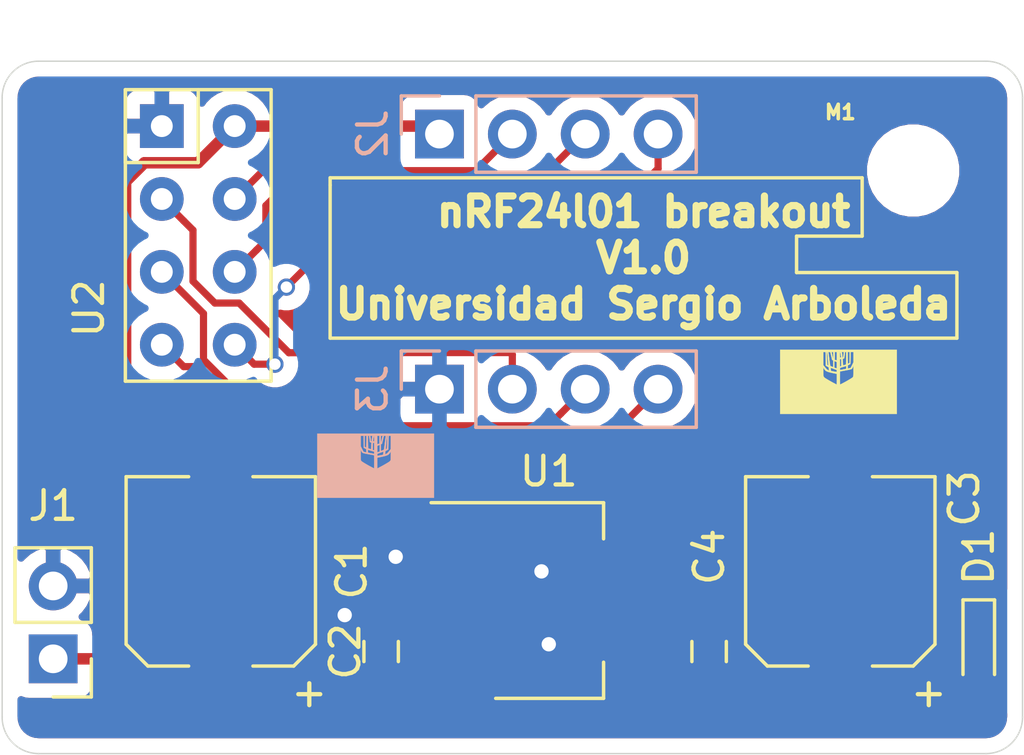
<source format=kicad_pcb>
(kicad_pcb (version 20171130) (host pcbnew "(5.1.2)-2")

  (general
    (thickness 1.6)
    (drawings 22)
    (tracks 81)
    (zones 0)
    (modules 13)
    (nets 10)
  )

  (page USLetter)
  (title_block
    (title "nRF24l01 brekaout PCB")
    (date 2022-10-24)
    (rev v1.0)
    (company "Universidad Sergio Arboleda")
    (comment 1 "Autor: Marco")
  )

  (layers
    (0 F.Cu signal)
    (31 B.Cu signal)
    (32 B.Adhes user)
    (33 F.Adhes user)
    (34 B.Paste user)
    (35 F.Paste user)
    (36 B.SilkS user)
    (37 F.SilkS user)
    (38 B.Mask user)
    (39 F.Mask user)
    (40 Dwgs.User user)
    (41 Cmts.User user)
    (42 Eco1.User user)
    (43 Eco2.User user)
    (44 Edge.Cuts user)
    (45 Margin user)
    (46 B.CrtYd user)
    (47 F.CrtYd user)
    (48 B.Fab user)
    (49 F.Fab user hide)
  )

  (setup
    (last_trace_width 0.25)
    (trace_clearance 0.2)
    (zone_clearance 0.508)
    (zone_45_only no)
    (trace_min 0.2)
    (via_size 0.6)
    (via_drill 0.4)
    (via_min_size 0.4)
    (via_min_drill 0.3)
    (uvia_size 0.3)
    (uvia_drill 0.1)
    (uvias_allowed no)
    (uvia_min_size 0.2)
    (uvia_min_drill 0.1)
    (edge_width 0.05)
    (segment_width 0.2)
    (pcb_text_width 0.3)
    (pcb_text_size 1.5 1.5)
    (mod_edge_width 0.12)
    (mod_text_size 1 1)
    (mod_text_width 0.15)
    (pad_size 1.524 1.524)
    (pad_drill 0.762)
    (pad_to_mask_clearance 0.051)
    (solder_mask_min_width 0.25)
    (aux_axis_origin 0 0)
    (visible_elements 7FFFFFFF)
    (pcbplotparams
      (layerselection 0x010fc_ffffffff)
      (usegerberextensions false)
      (usegerberattributes false)
      (usegerberadvancedattributes false)
      (creategerberjobfile false)
      (excludeedgelayer true)
      (linewidth 0.100000)
      (plotframeref false)
      (viasonmask false)
      (mode 1)
      (useauxorigin false)
      (hpglpennumber 1)
      (hpglpenspeed 20)
      (hpglpendiameter 15.000000)
      (psnegative false)
      (psa4output false)
      (plotreference true)
      (plotvalue true)
      (plotinvisibletext false)
      (padsonsilk false)
      (subtractmaskfromsilk false)
      (outputformat 1)
      (mirror false)
      (drillshape 0)
      (scaleselection 1)
      (outputdirectory "gerbers/"))
  )

  (net 0 "")
  (net 1 GND)
  (net 2 VCC)
  (net 3 3.3V)
  (net 4 IRQ)
  (net 5 MOSI)
  (net 6 ~CSN)
  (net 7 CE)
  (net 8 CSK)
  (net 9 MISO)

  (net_class Default "This is the default net class."
    (clearance 0.2)
    (trace_width 0.25)
    (via_dia 0.6)
    (via_drill 0.4)
    (uvia_dia 0.3)
    (uvia_drill 0.1)
    (add_net CE)
    (add_net CSK)
    (add_net IRQ)
    (add_net MISO)
    (add_net MOSI)
    (add_net ~CSN)
  )

  (net_class Power ""
    (clearance 0.3)
    (trace_width 0.4)
    (via_dia 0.7)
    (via_drill 0.5)
    (uvia_dia 0.3)
    (uvia_drill 0.1)
    (add_net 3.3V)
    (add_net GND)
    (add_net VCC)
  )

  (module libreriapersonalizadadefootprints:logo2000 (layer B.Cu) (tedit 0) (tstamp 63574E1F)
    (at 127.3175 148.717 180)
    (fp_text reference G*** (at 0 0) (layer B.SilkS) hide
      (effects (font (size 1.524 1.524) (thickness 0.3)) (justify mirror))
    )
    (fp_text value LOGO (at 0.75 0) (layer B.SilkS) hide
      (effects (font (size 1.524 1.524) (thickness 0.3)) (justify mirror))
    )
    (fp_poly (pts (xy 2.032 -1.1176) (xy -2.032 -1.1176) (xy -2.032 0.50038) (xy -0.528777 0.50038)
      (xy -0.527279 0.35052) (xy -0.526832 0.307584) (xy -0.526381 0.273561) (xy -0.525821 0.247206)
      (xy -0.525051 0.227271) (xy -0.523968 0.212512) (xy -0.52247 0.201682) (xy -0.520454 0.193535)
      (xy -0.517818 0.186824) (xy -0.514459 0.180305) (xy -0.513073 0.1778) (xy -0.49826 0.157993)
      (xy -0.475679 0.138855) (xy -0.467353 0.133136) (xy -0.441728 0.116775) (xy -0.40914 0.096828)
      (xy -0.371607 0.07446) (xy -0.331147 0.050835) (xy -0.28978 0.027116) (xy -0.249523 0.004467)
      (xy -0.212394 -0.015947) (xy -0.180414 -0.032963) (xy -0.17018 -0.03822) (xy -0.144129 -0.051564)
      (xy -0.119904 -0.064214) (xy -0.099599 -0.07506) (xy -0.085308 -0.08299) (xy -0.08128 -0.085384)
      (xy -0.069273 -0.092353) (xy -0.06097 -0.096222) (xy -0.05969 -0.096501) (xy -0.058827 -0.091611)
      (xy -0.058033 -0.077681) (xy -0.057329 -0.055826) (xy -0.05674 -0.027167) (xy -0.056287 0.00718)
      (xy -0.055993 0.046095) (xy -0.055881 0.088461) (xy -0.05588 0.091344) (xy -0.05588 0.134197)
      (xy 0.0508 0.134197) (xy 0.050881 0.086861) (xy 0.051113 0.042851) (xy 0.051481 0.003164)
      (xy 0.051966 -0.031202) (xy 0.052553 -0.05925) (xy 0.053225 -0.079981) (xy 0.053965 -0.092399)
      (xy 0.054636 -0.095673) (xy 0.060217 -0.092916) (xy 0.0733 -0.086327) (xy 0.092337 -0.07669)
      (xy 0.115779 -0.064788) (xy 0.137186 -0.053896) (xy 0.175802 -0.033829) (xy 0.216638 -0.011887)
      (xy 0.258562 0.011261) (xy 0.300443 0.034944) (xy 0.341148 0.058493) (xy 0.379545 0.081239)
      (xy 0.414503 0.102511) (xy 0.444889 0.12164) (xy 0.469572 0.137956) (xy 0.487419 0.15079)
      (xy 0.496669 0.158775) (xy 0.503251 0.166334) (xy 0.50865 0.17435) (xy 0.51298 0.183863)
      (xy 0.516353 0.195913) (xy 0.518884 0.211539) (xy 0.520687 0.23178) (xy 0.521874 0.257677)
      (xy 0.522561 0.290268) (xy 0.52286 0.330594) (xy 0.522885 0.379693) (xy 0.522852 0.398149)
      (xy 0.522465 0.58166) (xy 0.507772 0.537383) (xy 0.495658 0.504447) (xy 0.483683 0.480001)
      (xy 0.470849 0.462436) (xy 0.456157 0.450147) (xy 0.45212 0.447734) (xy 0.440766 0.443111)
      (xy 0.421778 0.43723) (xy 0.3975 0.430745) (xy 0.370275 0.424309) (xy 0.36068 0.422231)
      (xy 0.339996 0.417993) (xy 0.313401 0.412744) (xy 0.282407 0.406764) (xy 0.248523 0.40033)
      (xy 0.213259 0.393722) (xy 0.178126 0.387218) (xy 0.144633 0.381097) (xy 0.114291 0.375637)
      (xy 0.088609 0.371118) (xy 0.069099 0.367817) (xy 0.057269 0.366014) (xy 0.054654 0.36576)
      (xy 0.053865 0.360848) (xy 0.05313 0.346784) (xy 0.052466 0.324574) (xy 0.05189 0.295226)
      (xy 0.051419 0.259748) (xy 0.05107 0.219146) (xy 0.050858 0.174428) (xy 0.0508 0.134197)
      (xy -0.05588 0.134197) (xy -0.05588 0.279207) (xy -0.06731 0.2816) (xy -0.075624 0.283304)
      (xy -0.092205 0.286673) (xy -0.115362 0.291366) (xy -0.143403 0.297038) (xy -0.174636 0.303347)
      (xy -0.181631 0.304759) (xy -0.243759 0.317885) (xy -0.296633 0.330405) (xy -0.341118 0.342626)
      (xy -0.378081 0.354856) (xy -0.408384 0.3674) (xy -0.432895 0.380568) (xy -0.452477 0.394664)
      (xy -0.463179 0.404685) (xy -0.474843 0.418494) (xy -0.488887 0.437482) (xy -0.50265 0.458013)
      (xy -0.505317 0.46228) (xy -0.528777 0.50038) (xy -2.032 0.50038) (xy -2.032 1.0414)
      (xy -0.52832 1.0414) (xy -0.52832 0.579423) (xy -0.47702 0.517042) (xy -0.458143 0.494415)
      (xy -0.440207 0.473505) (xy -0.424766 0.456082) (xy -0.413375 0.443918) (xy -0.40971 0.440383)
      (xy -0.400326 0.433132) (xy -0.386164 0.423406) (xy -0.369745 0.412788) (xy -0.353589 0.40286)
      (xy -0.340219 0.395204) (xy -0.332156 0.3914) (xy -0.331368 0.391239) (xy -0.331067 0.395911)
      (xy -0.331365 0.408555) (xy -0.332192 0.427004) (xy -0.332957 0.44069) (xy -0.33444 0.463177)
      (xy -0.335979 0.482677) (xy -0.336293 0.485842) (xy -0.272563 0.485842) (xy -0.271797 0.47266)
      (xy -0.270139 0.454592) (xy -0.267889 0.434217) (xy -0.265345 0.414119) (xy -0.262805 0.396878)
      (xy -0.260568 0.385076) (xy -0.25942 0.38155) (xy -0.253976 0.3796) (xy -0.240378 0.376377)
      (xy -0.220504 0.372224) (xy -0.19623 0.367484) (xy -0.169434 0.3625) (xy -0.141993 0.357615)
      (xy -0.115784 0.35317) (xy -0.092685 0.34951) (xy -0.074571 0.346976) (xy -0.064538 0.345967)
      (xy -0.059719 0.346809) (xy -0.057171 0.351465) (xy -0.056413 0.362069) (xy -0.056918 0.37973)
      (xy -0.05842 0.41402) (xy -0.11093 0.433836) (xy 0.051339 0.433836) (xy 0.052071 0.42292)
      (xy 0.054505 0.417874) (xy 0.0591 0.416567) (xy 0.059679 0.41656) (xy 0.067415 0.417421)
      (xy 0.083438 0.419819) (xy 0.106042 0.423477) (xy 0.133518 0.428117) (xy 0.164157 0.433463)
      (xy 0.167067 0.433979) (xy 0.197271 0.439411) (xy 0.223841 0.444319) (xy 0.245237 0.448407)
      (xy 0.259915 0.45138) (xy 0.266334 0.452942) (xy 0.266484 0.453029) (xy 0.267907 0.459135)
      (xy 0.268745 0.467283) (xy 0.320355 0.467283) (xy 0.320783 0.462312) (xy 0.320912 0.46228)
      (xy 0.326481 0.463295) (xy 0.339698 0.466022) (xy 0.358287 0.469986) (xy 0.370667 0.472672)
      (xy 0.391681 0.477432) (xy 0.408953 0.481669) (xy 0.42006 0.484771) (xy 0.422679 0.485783)
      (xy 0.426171 0.490953) (xy 0.433425 0.503855) (xy 0.44371 0.52311) (xy 0.456294 0.54734)
      (xy 0.470443 0.575166) (xy 0.47516 0.584561) (xy 0.52324 0.680619) (xy 0.52324 1.0414)
      (xy 0.42164 1.0414) (xy 0.42164 0.925375) (xy 0.421471 0.884408) (xy 0.421001 0.839784)
      (xy 0.420286 0.794927) (xy 0.41938 0.753256) (xy 0.418337 0.718192) (xy 0.418296 0.717033)
      (xy 0.414952 0.624716) (xy 0.370036 0.600716) (xy 0.32512 0.576715) (xy 0.32512 0.535373)
      (xy 0.324728 0.513586) (xy 0.323693 0.493774) (xy 0.322223 0.479707) (xy 0.321945 0.478155)
      (xy 0.320355 0.467283) (xy 0.268745 0.467283) (xy 0.269261 0.472287) (xy 0.27044 0.489866)
      (xy 0.271336 0.509255) (xy 0.271841 0.527834) (xy 0.271849 0.542984) (xy 0.271251 0.552089)
      (xy 0.270612 0.55357) (xy 0.264804 0.552116) (xy 0.250734 0.548131) (xy 0.229859 0.542041)
      (xy 0.203637 0.534273) (xy 0.173524 0.525255) (xy 0.16002 0.521182) (xy 0.05334 0.488944)
      (xy 0.051847 0.452752) (xy 0.051339 0.433836) (xy -0.11093 0.433836) (xy -0.164148 0.453919)
      (xy -0.194836 0.465366) (xy -0.222226 0.475328) (xy -0.244935 0.483322) (xy -0.261581 0.488866)
      (xy -0.27078 0.491479) (xy -0.272139 0.491555) (xy -0.272563 0.485842) (xy -0.336293 0.485842)
      (xy -0.33734 0.49638) (xy -0.337925 0.500411) (xy -0.343603 0.508191) (xy -0.358305 0.518986)
      (xy -0.382274 0.532965) (xy -0.390134 0.537185) (xy -0.440337 0.56377) (xy -0.443689 0.678946)
      (xy -0.444769 0.721935) (xy -0.445713 0.770608) (xy -0.446459 0.820901) (xy -0.446945 0.868755)
      (xy -0.44711 0.906331) (xy -0.447265 0.939726) (xy -0.447661 0.970219) (xy -0.448256 0.996161)
      (xy -0.449007 1.0159) (xy -0.449874 1.027788) (xy -0.450179 1.029601) (xy -0.410933 1.029601)
      (xy -0.410476 1.015034) (xy -0.409453 0.99949) (xy -0.40855 0.983855) (xy -0.407403 0.959714)
      (xy -0.406079 0.928721) (xy -0.404646 0.892525) (xy -0.40317 0.852778) (xy -0.401718 0.811131)
      (xy -0.401182 0.79502) (xy -0.399503 0.744099) (xy -0.398049 0.702371) (xy -0.3967 0.668874)
      (xy -0.395333 0.642645) (xy -0.393829 0.622725) (xy -0.392065 0.608151) (xy -0.38992 0.597962)
      (xy -0.387274 0.591196) (xy -0.384005 0.586891) (xy -0.379993 0.584087) (xy -0.375115 0.58182)
      (xy -0.374279 0.581458) (xy -0.360366 0.575898) (xy -0.353292 0.575211) (xy -0.350781 0.579782)
      (xy -0.350519 0.58547) (xy -0.350964 0.593291) (xy -0.35222 0.6099) (xy -0.354169 0.633964)
      (xy -0.356695 0.664156) (xy -0.359679 0.699143) (xy -0.363005 0.737597) (xy -0.366555 0.778185)
      (xy -0.370211 0.819579) (xy -0.373856 0.860448) (xy -0.377373 0.899461) (xy -0.380643 0.935288)
      (xy -0.383551 0.966599) (xy -0.385977 0.992064) (xy -0.387805 1.010352) (xy -0.388872 1.01981)
      (xy -0.391746 1.033848) (xy -0.395365 1.03886) (xy -0.353555 1.03886) (xy -0.322285 0.80518)
      (xy -0.315868 0.757334) (xy -0.309809 0.712369) (xy -0.304251 0.671332) (xy -0.299337 0.635268)
      (xy -0.29521 0.605221) (xy -0.292012 0.582238) (xy -0.289887 0.567362) (xy -0.289018 0.561811)
      (xy -0.284765 0.555795) (xy -0.273633 0.54877) (xy -0.254527 0.54014) (xy -0.23622 0.532973)
      (xy -0.215371 0.525124) (xy -0.198418 0.518759) (xy -0.187374 0.514633) (xy -0.18415 0.513453)
      (xy -0.183789 0.518187) (xy -0.183467 0.531667) (xy -0.183201 0.552478) (xy -0.183006 0.579208)
      (xy -0.1829 0.609868) (xy -0.14224 0.609868) (xy -0.14224 0.493295) (xy -0.10287 0.480845)
      (xy -0.084091 0.474989) (xy -0.069108 0.470472) (xy -0.060504 0.468067) (xy -0.059593 0.467878)
      (xy -0.058521 0.472561) (xy -0.057684 0.485967) (xy -0.057112 0.50666) (xy -0.056841 0.533203)
      (xy -0.056843 0.53448) (xy 0.0508 0.53448) (xy 0.071947 0.539232) (xy 0.086268 0.542884)
      (xy 0.096403 0.546247) (xy 0.098093 0.547073) (xy 0.098999 0.552521) (xy 0.099607 0.566404)
      (xy 0.099939 0.587003) (xy 0.100021 0.612597) (xy 0.099876 0.641468) (xy 0.099526 0.671896)
      (xy 0.098997 0.702161) (xy 0.098312 0.730544) (xy 0.097494 0.755324) (xy 0.096567 0.774783)
      (xy 0.095555 0.7872) (xy 0.094735 0.790879) (xy 0.089506 0.792301) (xy 0.077724 0.794522)
      (xy 0.072199 0.795437) (xy 0.0508 0.798859) (xy 0.0508 0.53448) (xy -0.056843 0.53448)
      (xy -0.0569 0.564161) (xy -0.057053 0.579894) (xy -0.05842 0.692428) (xy -0.098281 0.709434)
      (xy -0.116569 0.717141) (xy -0.13096 0.723026) (xy -0.13917 0.726162) (xy -0.140191 0.72644)
      (xy -0.140775 0.721597) (xy -0.141293 0.708014) (xy -0.141723 0.68711) (xy -0.142037 0.660305)
      (xy -0.142213 0.62902) (xy -0.14224 0.609868) (xy -0.1829 0.609868) (xy -0.182898 0.610441)
      (xy -0.18288 0.629595) (xy -0.18288 0.74611) (xy -0.22098 0.767528) (xy -0.251111 0.899304)
      (xy -0.259265 0.934629) (xy -0.266832 0.966785) (xy -0.273483 0.994411) (xy -0.278885 1.016151)
      (xy -0.282707 1.030646) (xy -0.284586 1.036491) (xy -0.291381 1.039289) (xy -0.305914 1.040574)
      (xy -0.320742 1.040381) (xy -0.353555 1.03886) (xy -0.395365 1.03886) (xy -0.396331 1.040197)
      (xy -0.402088 1.0414) (xy -0.407094 1.040763) (xy -0.409924 1.037504) (xy -0.410933 1.029601)
      (xy -0.450179 1.029601) (xy -0.450242 1.02997) (xy -0.452649 1.035859) (xy -0.457489 1.039285)
      (xy -0.467096 1.040908) (xy -0.4838 1.041383) (xy -0.490813 1.0414) (xy -0.52832 1.0414)
      (xy -2.032 1.0414) (xy -2.032 1.041855) (xy -0.242654 1.041855) (xy -0.22601 0.971778)
      (xy -0.218688 0.940802) (xy -0.210994 0.90802) (xy -0.203836 0.877304) (xy -0.198119 0.852528)
      (xy -0.198037 0.85217) (xy -0.192848 0.831339) (xy -0.187928 0.814828) (xy -0.183952 0.804747)
      (xy -0.182161 0.80264) (xy -0.180874 0.807509) (xy -0.179862 0.82127) (xy -0.17916 0.842663)
      (xy -0.178801 0.870422) (xy -0.178821 0.903285) (xy -0.178977 0.92075) (xy -0.18034 1.03886)
      (xy -0.211497 1.040358) (xy -0.233184 1.0414) (xy -0.13208 1.0414) (xy -0.13208 0.768382)
      (xy -0.10541 0.760521) (xy -0.088116 0.755957) (xy -0.073191 0.752923) (xy -0.06731 0.75225)
      (xy -0.05588 0.75184) (xy -0.05588 0.801213) (xy 0.146218 0.801213) (xy 0.149232 0.754937)
      (xy 0.150703 0.730931) (xy 0.152413 0.700812) (xy 0.154139 0.668618) (xy 0.155515 0.64135)
      (xy 0.157462 0.610019) (xy 0.159784 0.588308) (xy 0.162452 0.576416) (xy 0.164469 0.57404)
      (xy 0.17151 0.575566) (xy 0.185734 0.579664) (xy 0.20471 0.585612) (xy 0.216352 0.589431)
      (xy 0.262551 0.604822) (xy 0.265883 0.715161) (xy 0.266977 0.757397) (xy 0.267921 0.805307)
      (xy 0.268653 0.854716) (xy 0.269107 0.90145) (xy 0.269227 0.933743) (xy 0.269239 1.0414)
      (xy 0.32004 1.0414) (xy 0.32004 0.958403) (xy 0.320195 0.927774) (xy 0.320628 0.889957)
      (xy 0.321292 0.847922) (xy 0.322137 0.804636) (xy 0.323115 0.763067) (xy 0.323383 0.752996)
      (xy 0.326726 0.630585) (xy 0.38608 0.660547) (xy 0.38608 1.0414) (xy 0.32004 1.0414)
      (xy 0.269239 1.0414) (xy 0.26924 1.041985) (xy 0.24765 1.040423) (xy 0.22606 1.03886)
      (xy 0.2178 0.96429) (xy 0.214518 0.934582) (xy 0.211311 0.90542) (xy 0.208502 0.879748)
      (xy 0.206414 0.860513) (xy 0.206051 0.857143) (xy 0.202563 0.824566) (xy 0.174391 0.812889)
      (xy 0.146218 0.801213) (xy -0.05588 0.801213) (xy -0.05588 0.944231) (xy 0.0508 0.944231)
      (xy 0.0508 0.847062) (xy 0.072199 0.850484) (xy 0.085501 0.8528) (xy 0.093531 0.854559)
      (xy 0.094488 0.854943) (xy 0.093975 0.860031) (xy 0.092011 0.873554) (xy 0.088842 0.893931)
      (xy 0.084715 0.919579) (xy 0.079913 0.94869) (xy 0.07369 0.984504) (xy 0.068494 1.010953)
      (xy 0.064151 1.028764) (xy 0.060487 1.038661) (xy 0.058952 1.04013) (xy 0.116866 1.04013)
      (xy 0.117519 1.034943) (xy 0.119319 1.021274) (xy 0.122054 1.000714) (xy 0.125514 0.974849)
      (xy 0.129487 0.945268) (xy 0.12954 0.94488) (xy 0.133518 0.915263) (xy 0.136985 0.889342)
      (xy 0.139731 0.868705) (xy 0.141544 0.85494) (xy 0.142213 0.849637) (xy 0.142213 0.84963)
      (xy 0.146573 0.848651) (xy 0.154119 0.84836) (xy 0.158498 0.848707) (xy 0.161832 0.850693)
      (xy 0.164464 0.855741) (xy 0.166739 0.865272) (xy 0.169 0.880709) (xy 0.171591 0.903474)
      (xy 0.1747 0.93345) (xy 0.177747 0.962569) (xy 0.180624 0.988813) (xy 0.183105 1.010224)
      (xy 0.184967 1.024845) (xy 0.185777 1.02997) (xy 0.18644 1.035932) (xy 0.183957 1.039351)
      (xy 0.176274 1.040932) (xy 0.161339 1.04138) (xy 0.152496 1.0414) (xy 0.134945 1.041235)
      (xy 0.122224 1.040799) (xy 0.116896 1.040184) (xy 0.116866 1.04013) (xy 0.058952 1.04013)
      (xy 0.057624 1.0414) (xy 0.055179 1.039546) (xy 0.053365 1.033208) (xy 0.052102 1.021226)
      (xy 0.051308 1.002441) (xy 0.050902 0.975692) (xy 0.0508 0.944231) (xy -0.05588 0.944231)
      (xy -0.05588 1.0414) (xy -0.13208 1.0414) (xy -0.233184 1.0414) (xy -0.242654 1.041855)
      (xy -2.032 1.041855) (xy -2.032 1.1176) (xy 2.032 1.1176) (xy 2.032 -1.1176)) (layer B.SilkS) (width 0.01))
  )

  (module libreriapersonalizadadefootprints:logo2000 (layer F.Cu) (tedit 0) (tstamp 63574D8B)
    (at 143.4465 145.796)
    (fp_text reference G*** (at 0 0) (layer F.SilkS) hide
      (effects (font (size 1.524 1.524) (thickness 0.3)))
    )
    (fp_text value LOGO (at 0.75 0) (layer F.SilkS) hide
      (effects (font (size 1.524 1.524) (thickness 0.3)))
    )
    (fp_poly (pts (xy 2.032 1.1176) (xy -2.032 1.1176) (xy -2.032 -0.50038) (xy -0.528777 -0.50038)
      (xy -0.527279 -0.35052) (xy -0.526832 -0.307584) (xy -0.526381 -0.273561) (xy -0.525821 -0.247206)
      (xy -0.525051 -0.227271) (xy -0.523968 -0.212512) (xy -0.52247 -0.201682) (xy -0.520454 -0.193535)
      (xy -0.517818 -0.186824) (xy -0.514459 -0.180305) (xy -0.513073 -0.1778) (xy -0.49826 -0.157993)
      (xy -0.475679 -0.138855) (xy -0.467353 -0.133136) (xy -0.441728 -0.116775) (xy -0.40914 -0.096828)
      (xy -0.371607 -0.07446) (xy -0.331147 -0.050835) (xy -0.28978 -0.027116) (xy -0.249523 -0.004467)
      (xy -0.212394 0.015947) (xy -0.180414 0.032963) (xy -0.17018 0.03822) (xy -0.144129 0.051564)
      (xy -0.119904 0.064214) (xy -0.099599 0.07506) (xy -0.085308 0.08299) (xy -0.08128 0.085384)
      (xy -0.069273 0.092353) (xy -0.06097 0.096222) (xy -0.05969 0.096501) (xy -0.058827 0.091611)
      (xy -0.058033 0.077681) (xy -0.057329 0.055826) (xy -0.05674 0.027167) (xy -0.056287 -0.00718)
      (xy -0.055993 -0.046095) (xy -0.055881 -0.088461) (xy -0.05588 -0.091344) (xy -0.05588 -0.134197)
      (xy 0.0508 -0.134197) (xy 0.050881 -0.086861) (xy 0.051113 -0.042851) (xy 0.051481 -0.003164)
      (xy 0.051966 0.031202) (xy 0.052553 0.05925) (xy 0.053225 0.079981) (xy 0.053965 0.092399)
      (xy 0.054636 0.095673) (xy 0.060217 0.092916) (xy 0.0733 0.086327) (xy 0.092337 0.07669)
      (xy 0.115779 0.064788) (xy 0.137186 0.053896) (xy 0.175802 0.033829) (xy 0.216638 0.011887)
      (xy 0.258562 -0.011261) (xy 0.300443 -0.034944) (xy 0.341148 -0.058493) (xy 0.379545 -0.081239)
      (xy 0.414503 -0.102511) (xy 0.444889 -0.12164) (xy 0.469572 -0.137956) (xy 0.487419 -0.15079)
      (xy 0.496669 -0.158775) (xy 0.503251 -0.166334) (xy 0.50865 -0.17435) (xy 0.51298 -0.183863)
      (xy 0.516353 -0.195913) (xy 0.518884 -0.211539) (xy 0.520687 -0.23178) (xy 0.521874 -0.257677)
      (xy 0.522561 -0.290268) (xy 0.52286 -0.330594) (xy 0.522885 -0.379693) (xy 0.522852 -0.398149)
      (xy 0.522465 -0.58166) (xy 0.507772 -0.537383) (xy 0.495658 -0.504447) (xy 0.483683 -0.480001)
      (xy 0.470849 -0.462436) (xy 0.456157 -0.450147) (xy 0.45212 -0.447734) (xy 0.440766 -0.443111)
      (xy 0.421778 -0.43723) (xy 0.3975 -0.430745) (xy 0.370275 -0.424309) (xy 0.36068 -0.422231)
      (xy 0.339996 -0.417993) (xy 0.313401 -0.412744) (xy 0.282407 -0.406764) (xy 0.248523 -0.40033)
      (xy 0.213259 -0.393722) (xy 0.178126 -0.387218) (xy 0.144633 -0.381097) (xy 0.114291 -0.375637)
      (xy 0.088609 -0.371118) (xy 0.069099 -0.367817) (xy 0.057269 -0.366014) (xy 0.054654 -0.36576)
      (xy 0.053865 -0.360848) (xy 0.05313 -0.346784) (xy 0.052466 -0.324574) (xy 0.05189 -0.295226)
      (xy 0.051419 -0.259748) (xy 0.05107 -0.219146) (xy 0.050858 -0.174428) (xy 0.0508 -0.134197)
      (xy -0.05588 -0.134197) (xy -0.05588 -0.279207) (xy -0.06731 -0.2816) (xy -0.075624 -0.283304)
      (xy -0.092205 -0.286673) (xy -0.115362 -0.291366) (xy -0.143403 -0.297038) (xy -0.174636 -0.303347)
      (xy -0.181631 -0.304759) (xy -0.243759 -0.317885) (xy -0.296633 -0.330405) (xy -0.341118 -0.342626)
      (xy -0.378081 -0.354856) (xy -0.408384 -0.3674) (xy -0.432895 -0.380568) (xy -0.452477 -0.394664)
      (xy -0.463179 -0.404685) (xy -0.474843 -0.418494) (xy -0.488887 -0.437482) (xy -0.50265 -0.458013)
      (xy -0.505317 -0.46228) (xy -0.528777 -0.50038) (xy -2.032 -0.50038) (xy -2.032 -1.0414)
      (xy -0.52832 -1.0414) (xy -0.52832 -0.579423) (xy -0.47702 -0.517042) (xy -0.458143 -0.494415)
      (xy -0.440207 -0.473505) (xy -0.424766 -0.456082) (xy -0.413375 -0.443918) (xy -0.40971 -0.440383)
      (xy -0.400326 -0.433132) (xy -0.386164 -0.423406) (xy -0.369745 -0.412788) (xy -0.353589 -0.40286)
      (xy -0.340219 -0.395204) (xy -0.332156 -0.3914) (xy -0.331368 -0.391239) (xy -0.331067 -0.395911)
      (xy -0.331365 -0.408555) (xy -0.332192 -0.427004) (xy -0.332957 -0.44069) (xy -0.33444 -0.463177)
      (xy -0.335979 -0.482677) (xy -0.336293 -0.485842) (xy -0.272563 -0.485842) (xy -0.271797 -0.47266)
      (xy -0.270139 -0.454592) (xy -0.267889 -0.434217) (xy -0.265345 -0.414119) (xy -0.262805 -0.396878)
      (xy -0.260568 -0.385076) (xy -0.25942 -0.38155) (xy -0.253976 -0.3796) (xy -0.240378 -0.376377)
      (xy -0.220504 -0.372224) (xy -0.19623 -0.367484) (xy -0.169434 -0.3625) (xy -0.141993 -0.357615)
      (xy -0.115784 -0.35317) (xy -0.092685 -0.34951) (xy -0.074571 -0.346976) (xy -0.064538 -0.345967)
      (xy -0.059719 -0.346809) (xy -0.057171 -0.351465) (xy -0.056413 -0.362069) (xy -0.056918 -0.37973)
      (xy -0.05842 -0.41402) (xy -0.11093 -0.433836) (xy 0.051339 -0.433836) (xy 0.052071 -0.42292)
      (xy 0.054505 -0.417874) (xy 0.0591 -0.416567) (xy 0.059679 -0.41656) (xy 0.067415 -0.417421)
      (xy 0.083438 -0.419819) (xy 0.106042 -0.423477) (xy 0.133518 -0.428117) (xy 0.164157 -0.433463)
      (xy 0.167067 -0.433979) (xy 0.197271 -0.439411) (xy 0.223841 -0.444319) (xy 0.245237 -0.448407)
      (xy 0.259915 -0.45138) (xy 0.266334 -0.452942) (xy 0.266484 -0.453029) (xy 0.267907 -0.459135)
      (xy 0.268745 -0.467283) (xy 0.320355 -0.467283) (xy 0.320783 -0.462312) (xy 0.320912 -0.46228)
      (xy 0.326481 -0.463295) (xy 0.339698 -0.466022) (xy 0.358287 -0.469986) (xy 0.370667 -0.472672)
      (xy 0.391681 -0.477432) (xy 0.408953 -0.481669) (xy 0.42006 -0.484771) (xy 0.422679 -0.485783)
      (xy 0.426171 -0.490953) (xy 0.433425 -0.503855) (xy 0.44371 -0.52311) (xy 0.456294 -0.54734)
      (xy 0.470443 -0.575166) (xy 0.47516 -0.584561) (xy 0.52324 -0.680619) (xy 0.52324 -1.0414)
      (xy 0.42164 -1.0414) (xy 0.42164 -0.925375) (xy 0.421471 -0.884408) (xy 0.421001 -0.839784)
      (xy 0.420286 -0.794927) (xy 0.41938 -0.753256) (xy 0.418337 -0.718192) (xy 0.418296 -0.717033)
      (xy 0.414952 -0.624716) (xy 0.370036 -0.600716) (xy 0.32512 -0.576715) (xy 0.32512 -0.535373)
      (xy 0.324728 -0.513586) (xy 0.323693 -0.493774) (xy 0.322223 -0.479707) (xy 0.321945 -0.478155)
      (xy 0.320355 -0.467283) (xy 0.268745 -0.467283) (xy 0.269261 -0.472287) (xy 0.27044 -0.489866)
      (xy 0.271336 -0.509255) (xy 0.271841 -0.527834) (xy 0.271849 -0.542984) (xy 0.271251 -0.552089)
      (xy 0.270612 -0.55357) (xy 0.264804 -0.552116) (xy 0.250734 -0.548131) (xy 0.229859 -0.542041)
      (xy 0.203637 -0.534273) (xy 0.173524 -0.525255) (xy 0.16002 -0.521182) (xy 0.05334 -0.488944)
      (xy 0.051847 -0.452752) (xy 0.051339 -0.433836) (xy -0.11093 -0.433836) (xy -0.164148 -0.453919)
      (xy -0.194836 -0.465366) (xy -0.222226 -0.475328) (xy -0.244935 -0.483322) (xy -0.261581 -0.488866)
      (xy -0.27078 -0.491479) (xy -0.272139 -0.491555) (xy -0.272563 -0.485842) (xy -0.336293 -0.485842)
      (xy -0.33734 -0.49638) (xy -0.337925 -0.500411) (xy -0.343603 -0.508191) (xy -0.358305 -0.518986)
      (xy -0.382274 -0.532965) (xy -0.390134 -0.537185) (xy -0.440337 -0.56377) (xy -0.443689 -0.678946)
      (xy -0.444769 -0.721935) (xy -0.445713 -0.770608) (xy -0.446459 -0.820901) (xy -0.446945 -0.868755)
      (xy -0.44711 -0.906331) (xy -0.447265 -0.939726) (xy -0.447661 -0.970219) (xy -0.448256 -0.996161)
      (xy -0.449007 -1.0159) (xy -0.449874 -1.027788) (xy -0.450179 -1.029601) (xy -0.410933 -1.029601)
      (xy -0.410476 -1.015034) (xy -0.409453 -0.99949) (xy -0.40855 -0.983855) (xy -0.407403 -0.959714)
      (xy -0.406079 -0.928721) (xy -0.404646 -0.892525) (xy -0.40317 -0.852778) (xy -0.401718 -0.811131)
      (xy -0.401182 -0.79502) (xy -0.399503 -0.744099) (xy -0.398049 -0.702371) (xy -0.3967 -0.668874)
      (xy -0.395333 -0.642645) (xy -0.393829 -0.622725) (xy -0.392065 -0.608151) (xy -0.38992 -0.597962)
      (xy -0.387274 -0.591196) (xy -0.384005 -0.586891) (xy -0.379993 -0.584087) (xy -0.375115 -0.58182)
      (xy -0.374279 -0.581458) (xy -0.360366 -0.575898) (xy -0.353292 -0.575211) (xy -0.350781 -0.579782)
      (xy -0.350519 -0.58547) (xy -0.350964 -0.593291) (xy -0.35222 -0.6099) (xy -0.354169 -0.633964)
      (xy -0.356695 -0.664156) (xy -0.359679 -0.699143) (xy -0.363005 -0.737597) (xy -0.366555 -0.778185)
      (xy -0.370211 -0.819579) (xy -0.373856 -0.860448) (xy -0.377373 -0.899461) (xy -0.380643 -0.935288)
      (xy -0.383551 -0.966599) (xy -0.385977 -0.992064) (xy -0.387805 -1.010352) (xy -0.388872 -1.01981)
      (xy -0.391746 -1.033848) (xy -0.395365 -1.03886) (xy -0.353555 -1.03886) (xy -0.322285 -0.80518)
      (xy -0.315868 -0.757334) (xy -0.309809 -0.712369) (xy -0.304251 -0.671332) (xy -0.299337 -0.635268)
      (xy -0.29521 -0.605221) (xy -0.292012 -0.582238) (xy -0.289887 -0.567362) (xy -0.289018 -0.561811)
      (xy -0.284765 -0.555795) (xy -0.273633 -0.54877) (xy -0.254527 -0.54014) (xy -0.23622 -0.532973)
      (xy -0.215371 -0.525124) (xy -0.198418 -0.518759) (xy -0.187374 -0.514633) (xy -0.18415 -0.513453)
      (xy -0.183789 -0.518187) (xy -0.183467 -0.531667) (xy -0.183201 -0.552478) (xy -0.183006 -0.579208)
      (xy -0.1829 -0.609868) (xy -0.14224 -0.609868) (xy -0.14224 -0.493295) (xy -0.10287 -0.480845)
      (xy -0.084091 -0.474989) (xy -0.069108 -0.470472) (xy -0.060504 -0.468067) (xy -0.059593 -0.467878)
      (xy -0.058521 -0.472561) (xy -0.057684 -0.485967) (xy -0.057112 -0.50666) (xy -0.056841 -0.533203)
      (xy -0.056843 -0.53448) (xy 0.0508 -0.53448) (xy 0.071947 -0.539232) (xy 0.086268 -0.542884)
      (xy 0.096403 -0.546247) (xy 0.098093 -0.547073) (xy 0.098999 -0.552521) (xy 0.099607 -0.566404)
      (xy 0.099939 -0.587003) (xy 0.100021 -0.612597) (xy 0.099876 -0.641468) (xy 0.099526 -0.671896)
      (xy 0.098997 -0.702161) (xy 0.098312 -0.730544) (xy 0.097494 -0.755324) (xy 0.096567 -0.774783)
      (xy 0.095555 -0.7872) (xy 0.094735 -0.790879) (xy 0.089506 -0.792301) (xy 0.077724 -0.794522)
      (xy 0.072199 -0.795437) (xy 0.0508 -0.798859) (xy 0.0508 -0.53448) (xy -0.056843 -0.53448)
      (xy -0.0569 -0.564161) (xy -0.057053 -0.579894) (xy -0.05842 -0.692428) (xy -0.098281 -0.709434)
      (xy -0.116569 -0.717141) (xy -0.13096 -0.723026) (xy -0.13917 -0.726162) (xy -0.140191 -0.72644)
      (xy -0.140775 -0.721597) (xy -0.141293 -0.708014) (xy -0.141723 -0.68711) (xy -0.142037 -0.660305)
      (xy -0.142213 -0.62902) (xy -0.14224 -0.609868) (xy -0.1829 -0.609868) (xy -0.182898 -0.610441)
      (xy -0.18288 -0.629595) (xy -0.18288 -0.74611) (xy -0.22098 -0.767528) (xy -0.251111 -0.899304)
      (xy -0.259265 -0.934629) (xy -0.266832 -0.966785) (xy -0.273483 -0.994411) (xy -0.278885 -1.016151)
      (xy -0.282707 -1.030646) (xy -0.284586 -1.036491) (xy -0.291381 -1.039289) (xy -0.305914 -1.040574)
      (xy -0.320742 -1.040381) (xy -0.353555 -1.03886) (xy -0.395365 -1.03886) (xy -0.396331 -1.040197)
      (xy -0.402088 -1.0414) (xy -0.407094 -1.040763) (xy -0.409924 -1.037504) (xy -0.410933 -1.029601)
      (xy -0.450179 -1.029601) (xy -0.450242 -1.02997) (xy -0.452649 -1.035859) (xy -0.457489 -1.039285)
      (xy -0.467096 -1.040908) (xy -0.4838 -1.041383) (xy -0.490813 -1.0414) (xy -0.52832 -1.0414)
      (xy -2.032 -1.0414) (xy -2.032 -1.041855) (xy -0.242654 -1.041855) (xy -0.22601 -0.971778)
      (xy -0.218688 -0.940802) (xy -0.210994 -0.90802) (xy -0.203836 -0.877304) (xy -0.198119 -0.852528)
      (xy -0.198037 -0.85217) (xy -0.192848 -0.831339) (xy -0.187928 -0.814828) (xy -0.183952 -0.804747)
      (xy -0.182161 -0.80264) (xy -0.180874 -0.807509) (xy -0.179862 -0.82127) (xy -0.17916 -0.842663)
      (xy -0.178801 -0.870422) (xy -0.178821 -0.903285) (xy -0.178977 -0.92075) (xy -0.18034 -1.03886)
      (xy -0.211497 -1.040358) (xy -0.233184 -1.0414) (xy -0.13208 -1.0414) (xy -0.13208 -0.768382)
      (xy -0.10541 -0.760521) (xy -0.088116 -0.755957) (xy -0.073191 -0.752923) (xy -0.06731 -0.75225)
      (xy -0.05588 -0.75184) (xy -0.05588 -0.801213) (xy 0.146218 -0.801213) (xy 0.149232 -0.754937)
      (xy 0.150703 -0.730931) (xy 0.152413 -0.700812) (xy 0.154139 -0.668618) (xy 0.155515 -0.64135)
      (xy 0.157462 -0.610019) (xy 0.159784 -0.588308) (xy 0.162452 -0.576416) (xy 0.164469 -0.57404)
      (xy 0.17151 -0.575566) (xy 0.185734 -0.579664) (xy 0.20471 -0.585612) (xy 0.216352 -0.589431)
      (xy 0.262551 -0.604822) (xy 0.265883 -0.715161) (xy 0.266977 -0.757397) (xy 0.267921 -0.805307)
      (xy 0.268653 -0.854716) (xy 0.269107 -0.90145) (xy 0.269227 -0.933743) (xy 0.269239 -1.0414)
      (xy 0.32004 -1.0414) (xy 0.32004 -0.958403) (xy 0.320195 -0.927774) (xy 0.320628 -0.889957)
      (xy 0.321292 -0.847922) (xy 0.322137 -0.804636) (xy 0.323115 -0.763067) (xy 0.323383 -0.752996)
      (xy 0.326726 -0.630585) (xy 0.38608 -0.660547) (xy 0.38608 -1.0414) (xy 0.32004 -1.0414)
      (xy 0.269239 -1.0414) (xy 0.26924 -1.041985) (xy 0.24765 -1.040423) (xy 0.22606 -1.03886)
      (xy 0.2178 -0.96429) (xy 0.214518 -0.934582) (xy 0.211311 -0.90542) (xy 0.208502 -0.879748)
      (xy 0.206414 -0.860513) (xy 0.206051 -0.857143) (xy 0.202563 -0.824566) (xy 0.174391 -0.812889)
      (xy 0.146218 -0.801213) (xy -0.05588 -0.801213) (xy -0.05588 -0.944231) (xy 0.0508 -0.944231)
      (xy 0.0508 -0.847062) (xy 0.072199 -0.850484) (xy 0.085501 -0.8528) (xy 0.093531 -0.854559)
      (xy 0.094488 -0.854943) (xy 0.093975 -0.860031) (xy 0.092011 -0.873554) (xy 0.088842 -0.893931)
      (xy 0.084715 -0.919579) (xy 0.079913 -0.94869) (xy 0.07369 -0.984504) (xy 0.068494 -1.010953)
      (xy 0.064151 -1.028764) (xy 0.060487 -1.038661) (xy 0.058952 -1.04013) (xy 0.116866 -1.04013)
      (xy 0.117519 -1.034943) (xy 0.119319 -1.021274) (xy 0.122054 -1.000714) (xy 0.125514 -0.974849)
      (xy 0.129487 -0.945268) (xy 0.12954 -0.94488) (xy 0.133518 -0.915263) (xy 0.136985 -0.889342)
      (xy 0.139731 -0.868705) (xy 0.141544 -0.85494) (xy 0.142213 -0.849637) (xy 0.142213 -0.84963)
      (xy 0.146573 -0.848651) (xy 0.154119 -0.84836) (xy 0.158498 -0.848707) (xy 0.161832 -0.850693)
      (xy 0.164464 -0.855741) (xy 0.166739 -0.865272) (xy 0.169 -0.880709) (xy 0.171591 -0.903474)
      (xy 0.1747 -0.93345) (xy 0.177747 -0.962569) (xy 0.180624 -0.988813) (xy 0.183105 -1.010224)
      (xy 0.184967 -1.024845) (xy 0.185777 -1.02997) (xy 0.18644 -1.035932) (xy 0.183957 -1.039351)
      (xy 0.176274 -1.040932) (xy 0.161339 -1.04138) (xy 0.152496 -1.0414) (xy 0.134945 -1.041235)
      (xy 0.122224 -1.040799) (xy 0.116896 -1.040184) (xy 0.116866 -1.04013) (xy 0.058952 -1.04013)
      (xy 0.057624 -1.0414) (xy 0.055179 -1.039546) (xy 0.053365 -1.033208) (xy 0.052102 -1.021226)
      (xy 0.051308 -1.002441) (xy 0.050902 -0.975692) (xy 0.0508 -0.944231) (xy -0.05588 -0.944231)
      (xy -0.05588 -1.0414) (xy -0.13208 -1.0414) (xy -0.233184 -1.0414) (xy -0.242654 -1.041855)
      (xy -2.032 -1.041855) (xy -2.032 -1.1176) (xy 2.032 -1.1176) (xy 2.032 1.1176)) (layer F.SilkS) (width 0.01))
  )

  (module Mounting_Holes:MountingHole_2.2mm_M2 (layer F.Cu) (tedit 56D1B4CB) (tstamp 63575682)
    (at 146.05 138.43)
    (descr "Mounting Hole 2.2mm, no annular, M2")
    (tags "mounting hole 2.2mm no annular m2")
    (attr virtual)
    (fp_text reference M1 (at -2.54 -2.032) (layer F.SilkS)
      (effects (font (size 0.5 0.5) (thickness 0.125)))
    )
    (fp_text value MountingHole_2.2mm_M2 (at 0 3.2) (layer F.Fab)
      (effects (font (size 1 1) (thickness 0.15)))
    )
    (fp_text user %R (at 0.3 0) (layer F.Fab)
      (effects (font (size 1 1) (thickness 0.15)))
    )
    (fp_circle (center 0 0) (end 2.2 0) (layer Cmts.User) (width 0.15))
    (fp_circle (center 0 0) (end 2.45 0) (layer F.CrtYd) (width 0.05))
    (pad 1 np_thru_hole circle (at 0 0) (size 2.2 2.2) (drill 2.2) (layers *.Cu *.Mask))
  )

  (module Capacitors_SMD:CP_Elec_6.3x5.7 (layer F.Cu) (tedit 58AA8B43) (tstamp 63574342)
    (at 121.92 152.4 90)
    (descr "SMT capacitor, aluminium electrolytic, 6.3x5.7")
    (path /635A75C3/635AE251)
    (attr smd)
    (fp_text reference C1 (at 0 4.56 90) (layer F.SilkS)
      (effects (font (size 1 1) (thickness 0.15)))
    )
    (fp_text value 10u (at 0 -4.56 90) (layer F.Fab)
      (effects (font (size 1 1) (thickness 0.15)))
    )
    (fp_line (start 4.7 3.4) (end -4.7 3.4) (layer F.CrtYd) (width 0.05))
    (fp_line (start 4.7 3.4) (end 4.7 -3.4) (layer F.CrtYd) (width 0.05))
    (fp_line (start -4.7 -3.4) (end -4.7 3.4) (layer F.CrtYd) (width 0.05))
    (fp_line (start -4.7 -3.4) (end 4.7 -3.4) (layer F.CrtYd) (width 0.05))
    (fp_line (start -2.54 -3.3) (end 3.3 -3.3) (layer F.SilkS) (width 0.12))
    (fp_line (start -3.3 -2.54) (end -2.54 -3.3) (layer F.SilkS) (width 0.12))
    (fp_line (start -2.54 3.3) (end -3.3 2.54) (layer F.SilkS) (width 0.12))
    (fp_line (start 3.3 3.3) (end -2.54 3.3) (layer F.SilkS) (width 0.12))
    (fp_line (start -3.3 -2.54) (end -3.3 -1.12) (layer F.SilkS) (width 0.12))
    (fp_line (start -3.3 2.54) (end -3.3 1.12) (layer F.SilkS) (width 0.12))
    (fp_line (start 3.3 3.3) (end 3.3 1.12) (layer F.SilkS) (width 0.12))
    (fp_line (start 3.3 -3.3) (end 3.3 -1.12) (layer F.SilkS) (width 0.12))
    (fp_line (start 3.15 -3.15) (end -2.48 -3.15) (layer F.Fab) (width 0.1))
    (fp_line (start -2.48 -3.15) (end -3.15 -2.48) (layer F.Fab) (width 0.1))
    (fp_line (start -3.15 -2.48) (end -3.15 2.48) (layer F.Fab) (width 0.1))
    (fp_line (start -3.15 2.48) (end -2.48 3.15) (layer F.Fab) (width 0.1))
    (fp_line (start -2.48 3.15) (end 3.15 3.15) (layer F.Fab) (width 0.1))
    (fp_line (start 3.15 3.15) (end 3.15 -3.15) (layer F.Fab) (width 0.1))
    (fp_text user %R (at 0 4.56 90) (layer F.Fab)
      (effects (font (size 1 1) (thickness 0.15)))
    )
    (fp_text user + (at -4.28 3.01 90) (layer F.SilkS)
      (effects (font (size 1 1) (thickness 0.15)))
    )
    (fp_text user + (at -1.79 -0.06 90) (layer F.Fab)
      (effects (font (size 1 1) (thickness 0.15)))
    )
    (fp_circle (center 0 0) (end 0.6 3) (layer F.Fab) (width 0.1))
    (pad 2 smd rect (at 2.7 0 270) (size 3.5 1.6) (layers F.Cu F.Paste F.Mask)
      (net 1 GND))
    (pad 1 smd rect (at -2.7 0 270) (size 3.5 1.6) (layers F.Cu F.Paste F.Mask)
      (net 2 VCC))
    (model Capacitors_SMD.3dshapes/CP_Elec_6.3x5.7.wrl
      (at (xyz 0 0 0))
      (scale (xyz 1 1 1))
      (rotate (xyz 0 0 180))
    )
  )

  (module Capacitors_SMD:C_0603_HandSoldering (layer F.Cu) (tedit 58AA848B) (tstamp 63573EFA)
    (at 127.508 155.194 90)
    (descr "Capacitor SMD 0603, hand soldering")
    (tags "capacitor 0603")
    (path /635A75C3/635AE24B)
    (attr smd)
    (fp_text reference C2 (at 0 -1.25 90) (layer F.SilkS)
      (effects (font (size 1 1) (thickness 0.15)))
    )
    (fp_text value 104 (at 0 1.5 90) (layer F.Fab)
      (effects (font (size 1 1) (thickness 0.15)))
    )
    (fp_line (start 1.8 0.65) (end -1.8 0.65) (layer F.CrtYd) (width 0.05))
    (fp_line (start 1.8 0.65) (end 1.8 -0.65) (layer F.CrtYd) (width 0.05))
    (fp_line (start -1.8 -0.65) (end -1.8 0.65) (layer F.CrtYd) (width 0.05))
    (fp_line (start -1.8 -0.65) (end 1.8 -0.65) (layer F.CrtYd) (width 0.05))
    (fp_line (start 0.35 0.6) (end -0.35 0.6) (layer F.SilkS) (width 0.12))
    (fp_line (start -0.35 -0.6) (end 0.35 -0.6) (layer F.SilkS) (width 0.12))
    (fp_line (start -0.8 -0.4) (end 0.8 -0.4) (layer F.Fab) (width 0.1))
    (fp_line (start 0.8 -0.4) (end 0.8 0.4) (layer F.Fab) (width 0.1))
    (fp_line (start 0.8 0.4) (end -0.8 0.4) (layer F.Fab) (width 0.1))
    (fp_line (start -0.8 0.4) (end -0.8 -0.4) (layer F.Fab) (width 0.1))
    (fp_text user %R (at 0 -1.25 90) (layer F.Fab)
      (effects (font (size 1 1) (thickness 0.15)))
    )
    (pad 2 smd rect (at 0.95 0 90) (size 1.2 0.75) (layers F.Cu F.Paste F.Mask)
      (net 1 GND))
    (pad 1 smd rect (at -0.95 0 90) (size 1.2 0.75) (layers F.Cu F.Paste F.Mask)
      (net 2 VCC))
    (model Capacitors_SMD.3dshapes/C_0603.wrl
      (at (xyz 0 0 0))
      (scale (xyz 1 1 1))
      (rotate (xyz 0 0 0))
    )
  )

  (module Capacitors_SMD:CP_Elec_6.3x5.7 (layer F.Cu) (tedit 58AA8B43) (tstamp 63573F16)
    (at 143.51 152.4 90)
    (descr "SMT capacitor, aluminium electrolytic, 6.3x5.7")
    (path /635A75C3/635AE298)
    (attr smd)
    (fp_text reference C3 (at 2.54 4.318 90) (layer F.SilkS)
      (effects (font (size 1 1) (thickness 0.15)))
    )
    (fp_text value 10u (at 0 -4.56 90) (layer F.Fab)
      (effects (font (size 1 1) (thickness 0.15)))
    )
    (fp_circle (center 0 0) (end 0.6 3) (layer F.Fab) (width 0.1))
    (fp_text user + (at -1.79 -0.06 90) (layer F.Fab)
      (effects (font (size 1 1) (thickness 0.15)))
    )
    (fp_text user + (at -4.28 3.01 90) (layer F.SilkS)
      (effects (font (size 1 1) (thickness 0.15)))
    )
    (fp_text user %R (at 0 4.56 90) (layer F.Fab)
      (effects (font (size 1 1) (thickness 0.15)))
    )
    (fp_line (start 3.15 3.15) (end 3.15 -3.15) (layer F.Fab) (width 0.1))
    (fp_line (start -2.48 3.15) (end 3.15 3.15) (layer F.Fab) (width 0.1))
    (fp_line (start -3.15 2.48) (end -2.48 3.15) (layer F.Fab) (width 0.1))
    (fp_line (start -3.15 -2.48) (end -3.15 2.48) (layer F.Fab) (width 0.1))
    (fp_line (start -2.48 -3.15) (end -3.15 -2.48) (layer F.Fab) (width 0.1))
    (fp_line (start 3.15 -3.15) (end -2.48 -3.15) (layer F.Fab) (width 0.1))
    (fp_line (start 3.3 -3.3) (end 3.3 -1.12) (layer F.SilkS) (width 0.12))
    (fp_line (start 3.3 3.3) (end 3.3 1.12) (layer F.SilkS) (width 0.12))
    (fp_line (start -3.3 2.54) (end -3.3 1.12) (layer F.SilkS) (width 0.12))
    (fp_line (start -3.3 -2.54) (end -3.3 -1.12) (layer F.SilkS) (width 0.12))
    (fp_line (start 3.3 3.3) (end -2.54 3.3) (layer F.SilkS) (width 0.12))
    (fp_line (start -2.54 3.3) (end -3.3 2.54) (layer F.SilkS) (width 0.12))
    (fp_line (start -3.3 -2.54) (end -2.54 -3.3) (layer F.SilkS) (width 0.12))
    (fp_line (start -2.54 -3.3) (end 3.3 -3.3) (layer F.SilkS) (width 0.12))
    (fp_line (start -4.7 -3.4) (end 4.7 -3.4) (layer F.CrtYd) (width 0.05))
    (fp_line (start -4.7 -3.4) (end -4.7 3.4) (layer F.CrtYd) (width 0.05))
    (fp_line (start 4.7 3.4) (end 4.7 -3.4) (layer F.CrtYd) (width 0.05))
    (fp_line (start 4.7 3.4) (end -4.7 3.4) (layer F.CrtYd) (width 0.05))
    (pad 1 smd rect (at -2.7 0 270) (size 3.5 1.6) (layers F.Cu F.Paste F.Mask)
      (net 3 3.3V))
    (pad 2 smd rect (at 2.7 0 270) (size 3.5 1.6) (layers F.Cu F.Paste F.Mask)
      (net 1 GND))
    (model Capacitors_SMD.3dshapes/CP_Elec_6.3x5.7.wrl
      (at (xyz 0 0 0))
      (scale (xyz 1 1 1))
      (rotate (xyz 0 0 180))
    )
  )

  (module Capacitors_SMD:C_0603_HandSoldering (layer F.Cu) (tedit 58AA848B) (tstamp 63573F27)
    (at 138.938 155.194 270)
    (descr "Capacitor SMD 0603, hand soldering")
    (tags "capacitor 0603")
    (path /635A75C3/635AE29E)
    (attr smd)
    (fp_text reference C4 (at -3.302 0 90) (layer F.SilkS)
      (effects (font (size 1 1) (thickness 0.15)))
    )
    (fp_text value 104 (at 0 1.5 90) (layer F.Fab)
      (effects (font (size 1 1) (thickness 0.15)))
    )
    (fp_text user %R (at 0 -1.25 90) (layer F.Fab)
      (effects (font (size 1 1) (thickness 0.15)))
    )
    (fp_line (start -0.8 0.4) (end -0.8 -0.4) (layer F.Fab) (width 0.1))
    (fp_line (start 0.8 0.4) (end -0.8 0.4) (layer F.Fab) (width 0.1))
    (fp_line (start 0.8 -0.4) (end 0.8 0.4) (layer F.Fab) (width 0.1))
    (fp_line (start -0.8 -0.4) (end 0.8 -0.4) (layer F.Fab) (width 0.1))
    (fp_line (start -0.35 -0.6) (end 0.35 -0.6) (layer F.SilkS) (width 0.12))
    (fp_line (start 0.35 0.6) (end -0.35 0.6) (layer F.SilkS) (width 0.12))
    (fp_line (start -1.8 -0.65) (end 1.8 -0.65) (layer F.CrtYd) (width 0.05))
    (fp_line (start -1.8 -0.65) (end -1.8 0.65) (layer F.CrtYd) (width 0.05))
    (fp_line (start 1.8 0.65) (end 1.8 -0.65) (layer F.CrtYd) (width 0.05))
    (fp_line (start 1.8 0.65) (end -1.8 0.65) (layer F.CrtYd) (width 0.05))
    (pad 1 smd rect (at -0.95 0 270) (size 1.2 0.75) (layers F.Cu F.Paste F.Mask)
      (net 3 3.3V))
    (pad 2 smd rect (at 0.95 0 270) (size 1.2 0.75) (layers F.Cu F.Paste F.Mask)
      (net 1 GND))
    (model Capacitors_SMD.3dshapes/C_0603.wrl
      (at (xyz 0 0 0))
      (scale (xyz 1 1 1))
      (rotate (xyz 0 0 0))
    )
  )

  (module LEDs:LED_0603_HandSoldering (layer F.Cu) (tedit 595FC9C0) (tstamp 63573F3C)
    (at 148.336 155.194 270)
    (descr "LED SMD 0603, hand soldering")
    (tags "LED 0603")
    (path /635A75C3/635AE264)
    (attr smd)
    (fp_text reference D1 (at -3.302 0 90) (layer F.SilkS)
      (effects (font (size 1 1) (thickness 0.15)))
    )
    (fp_text value LED (at 0 1.55 90) (layer F.Fab)
      (effects (font (size 1 1) (thickness 0.15)))
    )
    (fp_line (start -0.8 -0.4) (end -0.8 0.4) (layer F.Fab) (width 0.1))
    (fp_line (start 1.95 0.7) (end -1.96 0.7) (layer F.CrtYd) (width 0.05))
    (fp_line (start 1.95 0.7) (end 1.95 -0.7) (layer F.CrtYd) (width 0.05))
    (fp_line (start -1.96 -0.7) (end -1.96 0.7) (layer F.CrtYd) (width 0.05))
    (fp_line (start -1.96 -0.7) (end 1.95 -0.7) (layer F.CrtYd) (width 0.05))
    (fp_line (start -1.8 -0.55) (end 0.8 -0.55) (layer F.SilkS) (width 0.12))
    (fp_line (start -1.8 0.55) (end 0.8 0.55) (layer F.SilkS) (width 0.12))
    (fp_line (start -0.8 -0.4) (end 0.8 -0.4) (layer F.Fab) (width 0.1))
    (fp_line (start 0.8 -0.4) (end 0.8 0.4) (layer F.Fab) (width 0.1))
    (fp_line (start 0.8 0.4) (end -0.8 0.4) (layer F.Fab) (width 0.1))
    (fp_line (start 0.15 -0.2) (end 0.15 0.2) (layer F.Fab) (width 0.1))
    (fp_line (start 0.15 0.2) (end -0.15 0) (layer F.Fab) (width 0.1))
    (fp_line (start -0.15 0) (end 0.15 -0.2) (layer F.Fab) (width 0.1))
    (fp_line (start -0.2 -0.2) (end -0.2 0.2) (layer F.Fab) (width 0.1))
    (fp_line (start -1.8 -0.55) (end -1.8 0.55) (layer F.SilkS) (width 0.12))
    (pad 2 smd rect (at 1.1 0 270) (size 1.2 0.9) (layers F.Cu F.Paste F.Mask)
      (net 3 3.3V))
    (pad 1 smd rect (at -1.1 0 270) (size 1.2 0.9) (layers F.Cu F.Paste F.Mask)
      (net 1 GND))
    (model ${KISYS3DMOD}/LEDs.3dshapes/LED_0603.wrl
      (at (xyz 0 0 0))
      (scale (xyz 1 1 1))
      (rotate (xyz 0 0 180))
    )
  )

  (module Pin_Headers:Pin_Header_Straight_1x02_Pitch2.54mm (layer F.Cu) (tedit 59650532) (tstamp 63574757)
    (at 116.078 155.448 180)
    (descr "Through hole straight pin header, 1x02, 2.54mm pitch, single row")
    (tags "Through hole pin header THT 1x02 2.54mm single row")
    (path /63572D98)
    (fp_text reference J1 (at 0 5.334) (layer F.SilkS)
      (effects (font (size 1 1) (thickness 0.15)))
    )
    (fp_text value Conn_01x02 (at 0 4.87) (layer F.Fab)
      (effects (font (size 1 1) (thickness 0.15)))
    )
    (fp_text user %R (at 0 1.27 90) (layer F.Fab)
      (effects (font (size 1 1) (thickness 0.15)))
    )
    (fp_line (start 1.8 -1.8) (end -1.8 -1.8) (layer F.CrtYd) (width 0.05))
    (fp_line (start 1.8 4.35) (end 1.8 -1.8) (layer F.CrtYd) (width 0.05))
    (fp_line (start -1.8 4.35) (end 1.8 4.35) (layer F.CrtYd) (width 0.05))
    (fp_line (start -1.8 -1.8) (end -1.8 4.35) (layer F.CrtYd) (width 0.05))
    (fp_line (start -1.33 -1.33) (end 0 -1.33) (layer F.SilkS) (width 0.12))
    (fp_line (start -1.33 0) (end -1.33 -1.33) (layer F.SilkS) (width 0.12))
    (fp_line (start -1.33 1.27) (end 1.33 1.27) (layer F.SilkS) (width 0.12))
    (fp_line (start 1.33 1.27) (end 1.33 3.87) (layer F.SilkS) (width 0.12))
    (fp_line (start -1.33 1.27) (end -1.33 3.87) (layer F.SilkS) (width 0.12))
    (fp_line (start -1.33 3.87) (end 1.33 3.87) (layer F.SilkS) (width 0.12))
    (fp_line (start -1.27 -0.635) (end -0.635 -1.27) (layer F.Fab) (width 0.1))
    (fp_line (start -1.27 3.81) (end -1.27 -0.635) (layer F.Fab) (width 0.1))
    (fp_line (start 1.27 3.81) (end -1.27 3.81) (layer F.Fab) (width 0.1))
    (fp_line (start 1.27 -1.27) (end 1.27 3.81) (layer F.Fab) (width 0.1))
    (fp_line (start -0.635 -1.27) (end 1.27 -1.27) (layer F.Fab) (width 0.1))
    (pad 2 thru_hole oval (at 0 2.54 180) (size 1.7 1.7) (drill 1) (layers *.Cu *.Mask)
      (net 1 GND))
    (pad 1 thru_hole rect (at 0 0 180) (size 1.7 1.7) (drill 1) (layers *.Cu *.Mask)
      (net 2 VCC))
    (model ${KISYS3DMOD}/Pin_Headers.3dshapes/Pin_Header_Straight_1x02_Pitch2.54mm.wrl
      (at (xyz 0 0 0))
      (scale (xyz 1 1 1))
      (rotate (xyz 0 0 0))
    )
  )

  (module Pin_Headers:Pin_Header_Straight_1x04_Pitch2.54mm (layer B.Cu) (tedit 59650532) (tstamp 63573F6A)
    (at 129.54 137.16 270)
    (descr "Through hole straight pin header, 1x04, 2.54mm pitch, single row")
    (tags "Through hole pin header THT 1x04 2.54mm single row")
    (path /6358425B)
    (fp_text reference J2 (at 0 2.33 270) (layer B.SilkS)
      (effects (font (size 1 1) (thickness 0.15)) (justify mirror))
    )
    (fp_text value Conn_01x04 (at 0 -9.95 270) (layer B.Fab)
      (effects (font (size 1 1) (thickness 0.15)) (justify mirror))
    )
    (fp_text user %R (at 0 -3.81) (layer B.Fab)
      (effects (font (size 1 1) (thickness 0.15)) (justify mirror))
    )
    (fp_line (start 1.8 1.8) (end -1.8 1.8) (layer B.CrtYd) (width 0.05))
    (fp_line (start 1.8 -9.4) (end 1.8 1.8) (layer B.CrtYd) (width 0.05))
    (fp_line (start -1.8 -9.4) (end 1.8 -9.4) (layer B.CrtYd) (width 0.05))
    (fp_line (start -1.8 1.8) (end -1.8 -9.4) (layer B.CrtYd) (width 0.05))
    (fp_line (start -1.33 1.33) (end 0 1.33) (layer B.SilkS) (width 0.12))
    (fp_line (start -1.33 0) (end -1.33 1.33) (layer B.SilkS) (width 0.12))
    (fp_line (start -1.33 -1.27) (end 1.33 -1.27) (layer B.SilkS) (width 0.12))
    (fp_line (start 1.33 -1.27) (end 1.33 -8.95) (layer B.SilkS) (width 0.12))
    (fp_line (start -1.33 -1.27) (end -1.33 -8.95) (layer B.SilkS) (width 0.12))
    (fp_line (start -1.33 -8.95) (end 1.33 -8.95) (layer B.SilkS) (width 0.12))
    (fp_line (start -1.27 0.635) (end -0.635 1.27) (layer B.Fab) (width 0.1))
    (fp_line (start -1.27 -8.89) (end -1.27 0.635) (layer B.Fab) (width 0.1))
    (fp_line (start 1.27 -8.89) (end -1.27 -8.89) (layer B.Fab) (width 0.1))
    (fp_line (start 1.27 1.27) (end 1.27 -8.89) (layer B.Fab) (width 0.1))
    (fp_line (start -0.635 1.27) (end 1.27 1.27) (layer B.Fab) (width 0.1))
    (pad 4 thru_hole oval (at 0 -7.62 270) (size 1.7 1.7) (drill 1) (layers *.Cu *.Mask)
      (net 4 IRQ))
    (pad 3 thru_hole oval (at 0 -5.08 270) (size 1.7 1.7) (drill 1) (layers *.Cu *.Mask)
      (net 5 MOSI))
    (pad 2 thru_hole oval (at 0 -2.54 270) (size 1.7 1.7) (drill 1) (layers *.Cu *.Mask)
      (net 6 ~CSN))
    (pad 1 thru_hole rect (at 0 0 270) (size 1.7 1.7) (drill 1) (layers *.Cu *.Mask)
      (net 3 3.3V))
    (model ${KISYS3DMOD}/Pin_Headers.3dshapes/Pin_Header_Straight_1x04_Pitch2.54mm.wrl
      (at (xyz 0 0 0))
      (scale (xyz 1 1 1))
      (rotate (xyz 0 0 0))
    )
  )

  (module Pin_Headers:Pin_Header_Straight_1x04_Pitch2.54mm (layer B.Cu) (tedit 59650532) (tstamp 63573F82)
    (at 129.54 146.05 270)
    (descr "Through hole straight pin header, 1x04, 2.54mm pitch, single row")
    (tags "Through hole pin header THT 1x04 2.54mm single row")
    (path /635848F0)
    (fp_text reference J3 (at 0 2.33 270) (layer B.SilkS)
      (effects (font (size 1 1) (thickness 0.15)) (justify mirror))
    )
    (fp_text value Conn_01x04 (at 0 -9.95 270) (layer B.Fab)
      (effects (font (size 1 1) (thickness 0.15)) (justify mirror))
    )
    (fp_line (start -0.635 1.27) (end 1.27 1.27) (layer B.Fab) (width 0.1))
    (fp_line (start 1.27 1.27) (end 1.27 -8.89) (layer B.Fab) (width 0.1))
    (fp_line (start 1.27 -8.89) (end -1.27 -8.89) (layer B.Fab) (width 0.1))
    (fp_line (start -1.27 -8.89) (end -1.27 0.635) (layer B.Fab) (width 0.1))
    (fp_line (start -1.27 0.635) (end -0.635 1.27) (layer B.Fab) (width 0.1))
    (fp_line (start -1.33 -8.95) (end 1.33 -8.95) (layer B.SilkS) (width 0.12))
    (fp_line (start -1.33 -1.27) (end -1.33 -8.95) (layer B.SilkS) (width 0.12))
    (fp_line (start 1.33 -1.27) (end 1.33 -8.95) (layer B.SilkS) (width 0.12))
    (fp_line (start -1.33 -1.27) (end 1.33 -1.27) (layer B.SilkS) (width 0.12))
    (fp_line (start -1.33 0) (end -1.33 1.33) (layer B.SilkS) (width 0.12))
    (fp_line (start -1.33 1.33) (end 0 1.33) (layer B.SilkS) (width 0.12))
    (fp_line (start -1.8 1.8) (end -1.8 -9.4) (layer B.CrtYd) (width 0.05))
    (fp_line (start -1.8 -9.4) (end 1.8 -9.4) (layer B.CrtYd) (width 0.05))
    (fp_line (start 1.8 -9.4) (end 1.8 1.8) (layer B.CrtYd) (width 0.05))
    (fp_line (start 1.8 1.8) (end -1.8 1.8) (layer B.CrtYd) (width 0.05))
    (fp_text user %R (at 0 -3.81) (layer B.Fab)
      (effects (font (size 1 1) (thickness 0.15)) (justify mirror))
    )
    (pad 1 thru_hole rect (at 0 0 270) (size 1.7 1.7) (drill 1) (layers *.Cu *.Mask)
      (net 1 GND))
    (pad 2 thru_hole oval (at 0 -2.54 270) (size 1.7 1.7) (drill 1) (layers *.Cu *.Mask)
      (net 7 CE))
    (pad 3 thru_hole oval (at 0 -5.08 270) (size 1.7 1.7) (drill 1) (layers *.Cu *.Mask)
      (net 8 CSK))
    (pad 4 thru_hole oval (at 0 -7.62 270) (size 1.7 1.7) (drill 1) (layers *.Cu *.Mask)
      (net 9 MISO))
    (model ${KISYS3DMOD}/Pin_Headers.3dshapes/Pin_Header_Straight_1x04_Pitch2.54mm.wrl
      (at (xyz 0 0 0))
      (scale (xyz 1 1 1))
      (rotate (xyz 0 0 0))
    )
  )

  (module TO_SOT_Packages_SMD:SOT-223-3_TabPin2 (layer F.Cu) (tedit 58CE4E7E) (tstamp 63573F98)
    (at 133.35 153.416)
    (descr "module CMS SOT223 4 pins")
    (tags "CMS SOT")
    (path /635A75C3/635AE282)
    (attr smd)
    (fp_text reference U1 (at 0 -4.5) (layer F.SilkS)
      (effects (font (size 1 1) (thickness 0.15)))
    )
    (fp_text value LM1117-3.3 (at 0 4.5) (layer F.Fab)
      (effects (font (size 1 1) (thickness 0.15)))
    )
    (fp_line (start 1.85 -3.35) (end 1.85 3.35) (layer F.Fab) (width 0.1))
    (fp_line (start -1.85 3.35) (end 1.85 3.35) (layer F.Fab) (width 0.1))
    (fp_line (start -4.1 -3.41) (end 1.91 -3.41) (layer F.SilkS) (width 0.12))
    (fp_line (start -0.85 -3.35) (end 1.85 -3.35) (layer F.Fab) (width 0.1))
    (fp_line (start -1.85 3.41) (end 1.91 3.41) (layer F.SilkS) (width 0.12))
    (fp_line (start -1.85 -2.35) (end -1.85 3.35) (layer F.Fab) (width 0.1))
    (fp_line (start -1.85 -2.35) (end -0.85 -3.35) (layer F.Fab) (width 0.1))
    (fp_line (start -4.4 -3.6) (end -4.4 3.6) (layer F.CrtYd) (width 0.05))
    (fp_line (start -4.4 3.6) (end 4.4 3.6) (layer F.CrtYd) (width 0.05))
    (fp_line (start 4.4 3.6) (end 4.4 -3.6) (layer F.CrtYd) (width 0.05))
    (fp_line (start 4.4 -3.6) (end -4.4 -3.6) (layer F.CrtYd) (width 0.05))
    (fp_line (start 1.91 -3.41) (end 1.91 -2.15) (layer F.SilkS) (width 0.12))
    (fp_line (start 1.91 3.41) (end 1.91 2.15) (layer F.SilkS) (width 0.12))
    (fp_text user %R (at 0 0 90) (layer F.Fab)
      (effects (font (size 0.8 0.8) (thickness 0.12)))
    )
    (pad 1 smd rect (at -3.15 -2.3) (size 2 1.5) (layers F.Cu F.Paste F.Mask)
      (net 1 GND))
    (pad 3 smd rect (at -3.15 2.3) (size 2 1.5) (layers F.Cu F.Paste F.Mask)
      (net 2 VCC))
    (pad 2 smd rect (at -3.15 0) (size 2 1.5) (layers F.Cu F.Paste F.Mask)
      (net 3 3.3V))
    (pad 2 smd rect (at 3.15 0) (size 2 3.8) (layers F.Cu F.Paste F.Mask)
      (net 3 3.3V))
    (model ${KISYS3DMOD}/TO_SOT_Packages_SMD.3dshapes/SOT-223.wrl
      (at (xyz 0 0 0))
      (scale (xyz 1 1 1))
      (rotate (xyz 0 0 0))
    )
  )

  (module libreriapersonalizadadefootprints:nrf24l01 (layer F.Cu) (tedit 635737EA) (tstamp 63573FB4)
    (at 118.364 135.382)
    (path /635A2523)
    (fp_text reference U2 (at -1.04 7.85 90) (layer F.SilkS)
      (effects (font (size 1 1) (thickness 0.15)))
    )
    (fp_text value nRF24l01 (at 1.5 14.2) (layer F.Fab)
      (effects (font (size 1 1) (thickness 0.15)))
    )
    (fp_line (start 0.23 0.23) (end 0.23 10.39) (layer F.SilkS) (width 0.12))
    (fp_line (start 0.23 10.39) (end 5.31 10.39) (layer F.SilkS) (width 0.12))
    (fp_line (start 5.31 10.39) (end 5.31 0.23) (layer F.SilkS) (width 0.12))
    (fp_line (start 5.31 0.23) (end 0.23 0.23) (layer F.SilkS) (width 0.12))
    (fp_line (start 0.23 0.23) (end 0.23 2.77) (layer F.SilkS) (width 0.12))
    (fp_line (start 0.23 2.77) (end 2.77 2.77) (layer F.SilkS) (width 0.12))
    (fp_line (start 2.77 2.77) (end 2.77 0.23) (layer F.SilkS) (width 0.12))
    (fp_line (start 1.5 1.5) (end 1.5 0) (layer Dwgs.User) (width 0.12))
    (fp_line (start 1.5 0) (end 4.5 0) (layer Dwgs.User) (width 0.12))
    (fp_line (start 1.5 1.5) (end 0 1.5) (layer Dwgs.User) (width 0.12))
    (fp_line (start 0 1.5) (end 0 0) (layer Dwgs.User) (width 0.12))
    (fp_line (start 0 0) (end 1.5 0) (layer Dwgs.User) (width 0.12))
    (fp_line (start 0 0) (end 27.5 0) (layer Dwgs.User) (width 0.12))
    (fp_line (start 0 0) (end 0 13.6) (layer Dwgs.User) (width 0.12))
    (fp_line (start 0 13.6) (end 27.5 13.6) (layer Dwgs.User) (width 0.12))
    (fp_line (start 27.5 0) (end 27.5 13.6) (layer Dwgs.User) (width 0.12))
    (pad 1 thru_hole rect (at 1.5 1.5) (size 1.524 1.524) (drill 0.762) (layers *.Cu *.Mask)
      (net 1 GND))
    (pad 2 thru_hole circle (at 4.04 1.5) (size 1.524 1.524) (drill 0.762) (layers *.Cu *.Mask)
      (net 3 3.3V))
    (pad 3 thru_hole circle (at 1.5 4.04) (size 1.524 1.524) (drill 0.762) (layers *.Cu *.Mask)
      (net 7 CE))
    (pad 4 thru_hole circle (at 4.04 4.04) (size 1.524 1.524) (drill 0.762) (layers *.Cu *.Mask)
      (net 6 ~CSN))
    (pad 5 thru_hole circle (at 1.5 6.58) (size 1.524 1.524) (drill 0.762) (layers *.Cu *.Mask)
      (net 8 CSK))
    (pad 6 thru_hole circle (at 4.04 6.58) (size 1.524 1.524) (drill 0.762) (layers *.Cu *.Mask)
      (net 5 MOSI))
    (pad 7 thru_hole circle (at 1.5 9.12) (size 1.524 1.524) (drill 0.762) (layers *.Cu *.Mask)
      (net 9 MISO))
    (pad 8 thru_hole circle (at 4.04 9.12) (size 1.524 1.524) (drill 0.762) (layers *.Cu *.Mask)
      (net 4 IRQ))
  )

  (gr_line (start 125.73 138.684) (end 125.73 138.938) (layer F.SilkS) (width 0.12) (tstamp 6357578B))
  (gr_line (start 144.272 138.684) (end 125.73 138.684) (layer F.SilkS) (width 0.12))
  (gr_line (start 144.272 140.716) (end 144.272 138.684) (layer F.SilkS) (width 0.12))
  (gr_line (start 141.986 140.716) (end 144.272 140.716) (layer F.SilkS) (width 0.12))
  (gr_line (start 141.986 141.986) (end 141.986 140.716) (layer F.SilkS) (width 0.12))
  (gr_line (start 147.574 141.986) (end 141.986 141.986) (layer F.SilkS) (width 0.12))
  (gr_line (start 147.574 144.272) (end 147.574 141.986) (layer F.SilkS) (width 0.12))
  (gr_line (start 125.73 144.272) (end 147.574 144.272) (layer F.SilkS) (width 0.12))
  (gr_line (start 125.73 138.938) (end 125.73 144.272) (layer F.SilkS) (width 0.12))
  (gr_text "nRF24l01 breakout\nV1.0\nUniversidad Sergio Arboleda" (at 136.652 141.478) (layer F.SilkS)
    (effects (font (size 1 1) (thickness 0.25)))
  )
  (gr_arc (start 115.57 135.89) (end 115.57 134.62) (angle -90) (layer Edge.Cuts) (width 0.05))
  (gr_arc (start 115.57 157.48) (end 114.3 157.48) (angle -90) (layer Edge.Cuts) (width 0.05))
  (gr_arc (start 148.59 157.48) (end 148.59 158.75) (angle -90) (layer Edge.Cuts) (width 0.05))
  (gr_arc (start 148.59 135.89) (end 149.86 135.89) (angle -90) (layer Edge.Cuts) (width 0.05))
  (gr_line (start 148.59 134.62) (end 115.57 134.62) (layer Edge.Cuts) (width 0.05) (tstamp 635755FC))
  (gr_line (start 149.86 157.48) (end 149.86 135.89) (layer Edge.Cuts) (width 0.05))
  (gr_line (start 115.57 158.75) (end 148.59 158.75) (layer Edge.Cuts) (width 0.05))
  (gr_line (start 114.3 135.89) (end 114.3 157.48) (layer Edge.Cuts) (width 0.05))
  (gr_line (start 148.59 134.62) (end 115.57 134.62) (layer Dwgs.User) (width 0.15) (tstamp 635755FB))
  (gr_line (start 149.86 157.48) (end 149.86 135.89) (layer Dwgs.User) (width 0.15))
  (gr_line (start 115.57 158.75) (end 148.59 158.75) (layer Dwgs.User) (width 0.15))
  (gr_line (start 114.3 135.89) (end 114.3 157.48) (layer Dwgs.User) (width 0.15))

  (via (at 126.238 153.924) (size 0.7) (drill 0.5) (layers F.Cu B.Cu) (net 1))
  (segment (start 127.508 154.244) (end 126.558 154.244) (width 0.4) (layer F.Cu) (net 1))
  (segment (start 126.558 154.244) (end 126.238 153.924) (width 0.4) (layer F.Cu) (net 1))
  (via (at 128.016 151.892) (size 0.7) (drill 0.5) (layers F.Cu B.Cu) (net 1))
  (segment (start 126.238 153.924) (end 126.238 153.67) (width 0.4) (layer B.Cu) (net 1))
  (segment (start 126.238 153.67) (end 128.016 151.892) (width 0.4) (layer B.Cu) (net 1))
  (segment (start 129.424 151.892) (end 130.2 151.116) (width 0.4) (layer F.Cu) (net 1))
  (segment (start 128.016 151.892) (end 129.424 151.892) (width 0.4) (layer F.Cu) (net 1))
  (via (at 133.096 152.4) (size 0.7) (drill 0.5) (layers F.Cu B.Cu) (net 1))
  (segment (start 130.2 151.116) (end 131.812 151.116) (width 0.4) (layer F.Cu) (net 1))
  (segment (start 131.812 151.116) (end 133.096 152.4) (width 0.4) (layer F.Cu) (net 1))
  (via (at 133.35 154.94) (size 0.7) (drill 0.5) (layers F.Cu B.Cu) (net 1))
  (segment (start 133.096 152.4) (end 133.096 154.686) (width 0.4) (layer B.Cu) (net 1))
  (segment (start 133.096 154.686) (end 133.35 154.94) (width 0.4) (layer B.Cu) (net 1))
  (segment (start 129.772 156.144) (end 130.2 155.716) (width 0.4) (layer F.Cu) (net 2))
  (segment (start 127.508 156.144) (end 129.772 156.144) (width 0.4) (layer F.Cu) (net 2))
  (segment (start 126.464 155.1) (end 127.508 156.144) (width 0.4) (layer F.Cu) (net 2))
  (segment (start 121.92 155.1) (end 126.464 155.1) (width 0.4) (layer F.Cu) (net 2))
  (segment (start 121.572 155.448) (end 121.92 155.1) (width 0.4) (layer F.Cu) (net 2))
  (segment (start 116.078 155.448) (end 121.572 155.448) (width 0.4) (layer F.Cu) (net 2))
  (segment (start 130.45 153.416) (end 136.5 153.416) (width 0.4) (layer F.Cu) (net 3))
  (segment (start 130.2 153.416) (end 130.45 153.416) (width 0.4) (layer F.Cu) (net 3))
  (segment (start 138.11 153.416) (end 138.938 154.244) (width 0.4) (layer F.Cu) (net 3))
  (segment (start 136.5 153.416) (end 138.11 153.416) (width 0.4) (layer F.Cu) (net 3))
  (segment (start 144.704 156.294) (end 143.51 155.1) (width 0.4) (layer F.Cu) (net 3))
  (segment (start 148.336 156.294) (end 144.704 156.294) (width 0.4) (layer F.Cu) (net 3))
  (segment (start 142.654 154.244) (end 143.51 155.1) (width 0.4) (layer F.Cu) (net 3))
  (segment (start 138.938 154.244) (end 142.654 154.244) (width 0.4) (layer F.Cu) (net 3))
  (segment (start 129.262 136.882) (end 129.54 137.16) (width 0.4) (layer F.Cu) (net 3))
  (segment (start 122.404 136.882) (end 129.262 136.882) (width 0.4) (layer F.Cu) (net 3))
  (segment (start 119.258239 138.159999) (end 118.601999 138.816239) (width 0.4) (layer F.Cu) (net 3))
  (segment (start 122.404 136.882) (end 121.126001 138.159999) (width 0.4) (layer F.Cu) (net 3))
  (segment (start 121.126001 138.159999) (end 119.258239 138.159999) (width 0.4) (layer F.Cu) (net 3))
  (segment (start 128.8 153.416) (end 130.2 153.416) (width 0.4) (layer F.Cu) (net 3))
  (segment (start 128.233999 152.849999) (end 128.8 153.416) (width 0.4) (layer F.Cu) (net 3))
  (segment (start 121.619997 152.849999) (end 128.233999 152.849999) (width 0.4) (layer F.Cu) (net 3))
  (segment (start 118.601999 149.832001) (end 121.619997 152.849999) (width 0.4) (layer F.Cu) (net 3))
  (segment (start 118.601999 138.816239) (end 118.601999 149.832001) (width 0.4) (layer F.Cu) (net 3))
  (segment (start 137.16 138.362081) (end 135.822081 139.7) (width 0.25) (layer F.Cu) (net 4))
  (segment (start 137.16 137.16) (end 137.16 138.362081) (width 0.25) (layer F.Cu) (net 4))
  (segment (start 135.822081 139.7) (end 129.286 139.7) (width 0.25) (layer F.Cu) (net 4))
  (via (at 124.206 142.494) (size 0.6) (drill 0.4) (layers F.Cu B.Cu) (net 4))
  (segment (start 129.286 139.7) (end 127 139.7) (width 0.25) (layer F.Cu) (net 4))
  (segment (start 127 139.7) (end 124.206 142.494) (width 0.25) (layer F.Cu) (net 4))
  (via (at 123.806439 145.179561) (size 0.6) (drill 0.4) (layers F.Cu B.Cu) (net 4))
  (segment (start 124.206 142.494) (end 123.806439 142.893561) (width 0.25) (layer B.Cu) (net 4))
  (segment (start 123.806439 142.893561) (end 123.806439 145.179561) (width 0.25) (layer B.Cu) (net 4))
  (segment (start 123.081561 145.179561) (end 122.404 144.502) (width 0.25) (layer F.Cu) (net 4))
  (segment (start 123.806439 145.179561) (end 123.081561 145.179561) (width 0.25) (layer F.Cu) (net 4))
  (segment (start 134.62 137.16) (end 132.588 139.192) (width 0.25) (layer F.Cu) (net 5))
  (segment (start 123.165999 141.200001) (end 122.404 141.962) (width 0.25) (layer F.Cu) (net 5))
  (segment (start 123.491001 140.874999) (end 123.165999 141.200001) (width 0.25) (layer F.Cu) (net 5))
  (segment (start 123.491001 139.652999) (end 123.491001 140.874999) (width 0.25) (layer F.Cu) (net 5))
  (segment (start 123.952 139.192) (end 123.491001 139.652999) (width 0.25) (layer F.Cu) (net 5))
  (segment (start 132.588 139.192) (end 123.952 139.192) (width 0.25) (layer F.Cu) (net 5))
  (segment (start 123.390999 138.435001) (end 122.404 139.422) (width 0.25) (layer F.Cu) (net 6))
  (segment (start 132.08 137.16) (end 130.804999 138.435001) (width 0.25) (layer F.Cu) (net 6))
  (segment (start 130.804999 138.435001) (end 123.390999 138.435001) (width 0.25) (layer F.Cu) (net 6))
  (segment (start 120.625999 140.183999) (end 119.864 139.422) (width 0.25) (layer F.Cu) (net 7))
  (segment (start 120.951001 140.509001) (end 120.625999 140.183999) (width 0.25) (layer F.Cu) (net 7))
  (segment (start 120.951001 142.287001) (end 120.951001 140.509001) (width 0.25) (layer F.Cu) (net 7))
  (segment (start 121.713001 143.049001) (end 120.951001 142.287001) (width 0.25) (layer F.Cu) (net 7))
  (segment (start 132.00708 144.774999) (end 127.513001 144.774999) (width 0.25) (layer F.Cu) (net 7))
  (segment (start 132.08 146.05) (end 132.08 144.847919) (width 0.25) (layer F.Cu) (net 7))
  (segment (start 132.08 144.847919) (end 132.00708 144.774999) (width 0.25) (layer F.Cu) (net 7))
  (segment (start 127.513001 144.774999) (end 127.508 144.78) (width 0.25) (layer F.Cu) (net 7))
  (segment (start 124.290762 144.78) (end 122.559763 143.049001) (width 0.25) (layer F.Cu) (net 7))
  (segment (start 127.508 144.78) (end 124.290762 144.78) (width 0.25) (layer F.Cu) (net 7))
  (segment (start 122.559763 143.049001) (end 121.713001 143.049001) (width 0.25) (layer F.Cu) (net 7))
  (segment (start 133.770001 146.899999) (end 134.62 146.05) (width 0.25) (layer F.Cu) (net 8))
  (segment (start 133.344999 147.325001) (end 133.770001 146.899999) (width 0.25) (layer F.Cu) (net 8))
  (segment (start 123.618239 147.325001) (end 133.344999 147.325001) (width 0.25) (layer F.Cu) (net 8))
  (segment (start 121.316999 145.023761) (end 123.618239 147.325001) (width 0.25) (layer F.Cu) (net 8))
  (segment (start 121.316999 143.414999) (end 121.316999 145.023761) (width 0.25) (layer F.Cu) (net 8))
  (segment (start 119.864 141.962) (end 121.316999 143.414999) (width 0.25) (layer F.Cu) (net 8))
  (segment (start 135.636 147.574) (end 137.16 146.05) (width 0.25) (layer F.Cu) (net 9))
  (segment (start 135.434989 147.775011) (end 135.636 147.574) (width 0.25) (layer F.Cu) (net 9))
  (segment (start 123.431839 147.775011) (end 135.434989 147.775011) (width 0.25) (layer F.Cu) (net 9))
  (segment (start 120.920827 145.263999) (end 123.431839 147.775011) (width 0.25) (layer F.Cu) (net 9))
  (segment (start 120.625999 145.263999) (end 120.920827 145.263999) (width 0.25) (layer F.Cu) (net 9))
  (segment (start 119.864 144.502) (end 120.625999 145.263999) (width 0.25) (layer F.Cu) (net 9))

  (zone (net 1) (net_name GND) (layer F.Cu) (tstamp 63574EA3) (hatch edge 0.508)
    (connect_pads (clearance 0.508))
    (min_thickness 0.254)
    (fill yes (arc_segments 32) (thermal_gap 0.508) (thermal_bridge_width 0.508))
    (polygon
      (pts
        (xy 114.3 134.62) (xy 114.3 158.75) (xy 149.86 158.75) (xy 149.86 134.62)
      )
    )
    (filled_polygon
      (pts
        (xy 134.861928 155.316) (xy 134.874188 155.440482) (xy 134.910498 155.56018) (xy 134.969463 155.670494) (xy 135.048815 155.767185)
        (xy 135.145506 155.846537) (xy 135.25582 155.905502) (xy 135.375518 155.941812) (xy 135.5 155.954072) (xy 137.5 155.954072)
        (xy 137.624482 155.941812) (xy 137.74418 155.905502) (xy 137.854494 155.846537) (xy 137.927301 155.786786) (xy 137.928 155.85825)
        (xy 138.08675 156.017) (xy 138.811 156.017) (xy 138.811 155.997) (xy 139.065 155.997) (xy 139.065 156.017)
        (xy 139.78925 156.017) (xy 139.948 155.85825) (xy 139.951072 155.544) (xy 139.938812 155.419518) (xy 139.902502 155.29982)
        (xy 139.845939 155.194) (xy 139.902502 155.08818) (xy 139.905287 155.079) (xy 142.071928 155.079) (xy 142.071928 156.85)
        (xy 142.084188 156.974482) (xy 142.120498 157.09418) (xy 142.179463 157.204494) (xy 142.258815 157.301185) (xy 142.355506 157.380537)
        (xy 142.46582 157.439502) (xy 142.585518 157.475812) (xy 142.71 157.488072) (xy 144.31 157.488072) (xy 144.434482 157.475812)
        (xy 144.55418 157.439502) (xy 144.664494 157.380537) (xy 144.761185 157.301185) (xy 144.840537 157.204494) (xy 144.88089 157.129)
        (xy 147.293713 157.129) (xy 147.296498 157.13818) (xy 147.355463 157.248494) (xy 147.434815 157.345185) (xy 147.531506 157.424537)
        (xy 147.64182 157.483502) (xy 147.761518 157.519812) (xy 147.886 157.532072) (xy 148.786 157.532072) (xy 148.910482 157.519812)
        (xy 149.03018 157.483502) (xy 149.140494 157.424537) (xy 149.2 157.375702) (xy 149.2 157.447721) (xy 149.185278 157.597869)
        (xy 149.151047 157.711246) (xy 149.095446 157.815817) (xy 149.020594 157.907595) (xy 148.929335 157.983091) (xy 148.82516 158.039419)
        (xy 148.712024 158.07444) (xy 148.563979 158.09) (xy 115.602279 158.09) (xy 115.452131 158.075278) (xy 115.338754 158.041047)
        (xy 115.234183 157.985446) (xy 115.142405 157.910594) (xy 115.066909 157.819335) (xy 115.010581 157.71516) (xy 114.97556 157.602024)
        (xy 114.96 157.453979) (xy 114.96 156.87477) (xy 114.98382 156.887502) (xy 115.103518 156.923812) (xy 115.228 156.936072)
        (xy 116.928 156.936072) (xy 117.052482 156.923812) (xy 117.17218 156.887502) (xy 117.282494 156.828537) (xy 117.379185 156.749185)
        (xy 117.458537 156.652494) (xy 117.517502 156.54218) (xy 117.553812 156.422482) (xy 117.566072 156.298) (xy 117.566072 156.283)
        (xy 120.481928 156.283) (xy 120.481928 156.85) (xy 120.494188 156.974482) (xy 120.530498 157.09418) (xy 120.589463 157.204494)
        (xy 120.668815 157.301185) (xy 120.765506 157.380537) (xy 120.87582 157.439502) (xy 120.995518 157.475812) (xy 121.12 157.488072)
        (xy 122.72 157.488072) (xy 122.844482 157.475812) (xy 122.96418 157.439502) (xy 123.074494 157.380537) (xy 123.171185 157.301185)
        (xy 123.250537 157.204494) (xy 123.309502 157.09418) (xy 123.345812 156.974482) (xy 123.358072 156.85) (xy 123.358072 155.935)
        (xy 126.118133 155.935) (xy 126.494928 156.311796) (xy 126.494928 156.744) (xy 126.507188 156.868482) (xy 126.543498 156.98818)
        (xy 126.602463 157.098494) (xy 126.681815 157.195185) (xy 126.778506 157.274537) (xy 126.88882 157.333502) (xy 127.008518 157.369812)
        (xy 127.133 157.382072) (xy 127.883 157.382072) (xy 128.007482 157.369812) (xy 128.12718 157.333502) (xy 128.237494 157.274537)
        (xy 128.334185 157.195185) (xy 128.413537 157.098494) (xy 128.472502 156.98818) (xy 128.475287 156.979) (xy 128.824137 156.979)
        (xy 128.845506 156.996537) (xy 128.95582 157.055502) (xy 129.075518 157.091812) (xy 129.2 157.104072) (xy 131.2 157.104072)
        (xy 131.324482 157.091812) (xy 131.44418 157.055502) (xy 131.554494 156.996537) (xy 131.651185 156.917185) (xy 131.730537 156.820494)
        (xy 131.771424 156.744) (xy 137.924928 156.744) (xy 137.937188 156.868482) (xy 137.973498 156.98818) (xy 138.032463 157.098494)
        (xy 138.111815 157.195185) (xy 138.208506 157.274537) (xy 138.31882 157.333502) (xy 138.438518 157.369812) (xy 138.563 157.382072)
        (xy 138.65225 157.379) (xy 138.811 157.22025) (xy 138.811 156.271) (xy 139.065 156.271) (xy 139.065 157.22025)
        (xy 139.22375 157.379) (xy 139.313 157.382072) (xy 139.437482 157.369812) (xy 139.55718 157.333502) (xy 139.667494 157.274537)
        (xy 139.764185 157.195185) (xy 139.843537 157.098494) (xy 139.902502 156.98818) (xy 139.938812 156.868482) (xy 139.951072 156.744)
        (xy 139.948 156.42975) (xy 139.78925 156.271) (xy 139.065 156.271) (xy 138.811 156.271) (xy 138.08675 156.271)
        (xy 137.928 156.42975) (xy 137.924928 156.744) (xy 131.771424 156.744) (xy 131.789502 156.71018) (xy 131.825812 156.590482)
        (xy 131.838072 156.466) (xy 131.838072 154.966) (xy 131.825812 154.841518) (xy 131.789502 154.72182) (xy 131.730537 154.611506)
        (xy 131.693191 154.566) (xy 131.730537 154.520494) (xy 131.789502 154.41018) (xy 131.825812 154.290482) (xy 131.829701 154.251)
        (xy 134.861928 154.251)
      )
    )
    (filled_polygon
      (pts
        (xy 148.707869 135.294722) (xy 148.821246 135.328953) (xy 148.925819 135.384555) (xy 149.017596 135.459407) (xy 149.093091 135.550664)
        (xy 149.149419 135.654844) (xy 149.18444 135.767976) (xy 149.200001 135.916031) (xy 149.2 153.012298) (xy 149.140494 152.963463)
        (xy 149.03018 152.904498) (xy 148.910482 152.868188) (xy 148.786 152.855928) (xy 148.62175 152.859) (xy 148.463 153.01775)
        (xy 148.463 153.967) (xy 148.483 153.967) (xy 148.483 154.221) (xy 148.463 154.221) (xy 148.463 154.241)
        (xy 148.209 154.241) (xy 148.209 154.221) (xy 147.40975 154.221) (xy 147.251 154.37975) (xy 147.247928 154.694)
        (xy 147.260188 154.818482) (xy 147.296498 154.93818) (xy 147.355463 155.048494) (xy 147.434815 155.145185) (xy 147.494296 155.194)
        (xy 147.434815 155.242815) (xy 147.355463 155.339506) (xy 147.296498 155.44982) (xy 147.293713 155.459) (xy 145.049868 155.459)
        (xy 144.948072 155.357204) (xy 144.948072 153.494) (xy 147.247928 153.494) (xy 147.251 153.80825) (xy 147.40975 153.967)
        (xy 148.209 153.967) (xy 148.209 153.01775) (xy 148.05025 152.859) (xy 147.886 152.855928) (xy 147.761518 152.868188)
        (xy 147.64182 152.904498) (xy 147.531506 152.963463) (xy 147.434815 153.042815) (xy 147.355463 153.139506) (xy 147.296498 153.24982)
        (xy 147.260188 153.369518) (xy 147.247928 153.494) (xy 144.948072 153.494) (xy 144.948072 153.35) (xy 144.935812 153.225518)
        (xy 144.899502 153.10582) (xy 144.840537 152.995506) (xy 144.761185 152.898815) (xy 144.664494 152.819463) (xy 144.55418 152.760498)
        (xy 144.434482 152.724188) (xy 144.31 152.711928) (xy 142.71 152.711928) (xy 142.585518 152.724188) (xy 142.46582 152.760498)
        (xy 142.355506 152.819463) (xy 142.258815 152.898815) (xy 142.179463 152.995506) (xy 142.120498 153.10582) (xy 142.084188 153.225518)
        (xy 142.071928 153.35) (xy 142.071928 153.409) (xy 139.905287 153.409) (xy 139.902502 153.39982) (xy 139.843537 153.289506)
        (xy 139.764185 153.192815) (xy 139.667494 153.113463) (xy 139.55718 153.054498) (xy 139.437482 153.018188) (xy 139.313 153.005928)
        (xy 138.880795 153.005928) (xy 138.729445 152.854578) (xy 138.703291 152.822709) (xy 138.576146 152.718364) (xy 138.431087 152.640828)
        (xy 138.273689 152.593082) (xy 138.151019 152.581) (xy 138.151018 152.581) (xy 138.138072 152.579725) (xy 138.138072 151.516)
        (xy 138.131572 151.45) (xy 142.071928 151.45) (xy 142.084188 151.574482) (xy 142.120498 151.69418) (xy 142.179463 151.804494)
        (xy 142.258815 151.901185) (xy 142.355506 151.980537) (xy 142.46582 152.039502) (xy 142.585518 152.075812) (xy 142.71 152.088072)
        (xy 143.22425 152.085) (xy 143.383 151.92625) (xy 143.383 149.827) (xy 143.637 149.827) (xy 143.637 151.92625)
        (xy 143.79575 152.085) (xy 144.31 152.088072) (xy 144.434482 152.075812) (xy 144.55418 152.039502) (xy 144.664494 151.980537)
        (xy 144.761185 151.901185) (xy 144.840537 151.804494) (xy 144.899502 151.69418) (xy 144.935812 151.574482) (xy 144.948072 151.45)
        (xy 144.945 149.98575) (xy 144.78625 149.827) (xy 143.637 149.827) (xy 143.383 149.827) (xy 142.23375 149.827)
        (xy 142.075 149.98575) (xy 142.071928 151.45) (xy 138.131572 151.45) (xy 138.125812 151.391518) (xy 138.089502 151.27182)
        (xy 138.030537 151.161506) (xy 137.951185 151.064815) (xy 137.854494 150.985463) (xy 137.74418 150.926498) (xy 137.624482 150.890188)
        (xy 137.5 150.877928) (xy 135.5 150.877928) (xy 135.375518 150.890188) (xy 135.25582 150.926498) (xy 135.145506 150.985463)
        (xy 135.048815 151.064815) (xy 134.969463 151.161506) (xy 134.910498 151.27182) (xy 134.874188 151.391518) (xy 134.861928 151.516)
        (xy 134.861928 152.581) (xy 131.829701 152.581) (xy 131.825812 152.541518) (xy 131.789502 152.42182) (xy 131.730537 152.311506)
        (xy 131.693191 152.266) (xy 131.730537 152.220494) (xy 131.789502 152.11018) (xy 131.825812 151.990482) (xy 131.838072 151.866)
        (xy 131.835 151.40175) (xy 131.67625 151.243) (xy 130.327 151.243) (xy 130.327 151.263) (xy 130.073 151.263)
        (xy 130.073 151.243) (xy 128.72375 151.243) (xy 128.565 151.40175) (xy 128.561928 151.866) (xy 128.574188 151.990482)
        (xy 128.608422 152.103336) (xy 128.555086 152.074827) (xy 128.397688 152.027081) (xy 128.275018 152.014999) (xy 128.275017 152.014999)
        (xy 128.233999 152.010959) (xy 128.192981 152.014999) (xy 123.010021 152.014999) (xy 123.074494 151.980537) (xy 123.171185 151.901185)
        (xy 123.250537 151.804494) (xy 123.309502 151.69418) (xy 123.345812 151.574482) (xy 123.358072 151.45) (xy 123.355798 150.366)
        (xy 128.561928 150.366) (xy 128.565 150.83025) (xy 128.72375 150.989) (xy 130.073 150.989) (xy 130.073 149.88975)
        (xy 130.327 149.88975) (xy 130.327 150.989) (xy 131.67625 150.989) (xy 131.835 150.83025) (xy 131.838072 150.366)
        (xy 131.825812 150.241518) (xy 131.789502 150.12182) (xy 131.730537 150.011506) (xy 131.651185 149.914815) (xy 131.554494 149.835463)
        (xy 131.44418 149.776498) (xy 131.324482 149.740188) (xy 131.2 149.727928) (xy 130.48575 149.731) (xy 130.327 149.88975)
        (xy 130.073 149.88975) (xy 129.91425 149.731) (xy 129.2 149.727928) (xy 129.075518 149.740188) (xy 128.95582 149.776498)
        (xy 128.845506 149.835463) (xy 128.748815 149.914815) (xy 128.669463 150.011506) (xy 128.610498 150.12182) (xy 128.574188 150.241518)
        (xy 128.561928 150.366) (xy 123.355798 150.366) (xy 123.355 149.98575) (xy 123.19625 149.827) (xy 122.047 149.827)
        (xy 122.047 149.847) (xy 121.793 149.847) (xy 121.793 149.827) (xy 120.64375 149.827) (xy 120.485 149.98575)
        (xy 120.483852 150.532986) (xy 119.436999 149.486134) (xy 119.436999 145.837232) (xy 119.45651 145.845314) (xy 119.726408 145.899)
        (xy 120.001592 145.899) (xy 120.162706 145.866952) (xy 120.201723 145.898973) (xy 120.333752 145.969545) (xy 120.477013 146.013002)
        (xy 120.588666 146.023999) (xy 120.588675 146.023999) (xy 120.607922 146.025895) (xy 121.897026 147.315) (xy 121.792998 147.315)
        (xy 121.792998 147.473748) (xy 121.63425 147.315) (xy 121.12 147.311928) (xy 120.995518 147.324188) (xy 120.87582 147.360498)
        (xy 120.765506 147.419463) (xy 120.668815 147.498815) (xy 120.589463 147.595506) (xy 120.530498 147.70582) (xy 120.494188 147.825518)
        (xy 120.481928 147.95) (xy 120.485 149.41425) (xy 120.64375 149.573) (xy 121.793 149.573) (xy 121.793 149.553)
        (xy 122.047 149.553) (xy 122.047 149.573) (xy 123.19625 149.573) (xy 123.355 149.41425) (xy 123.356852 148.531302)
        (xy 123.394506 148.535011) (xy 123.394515 148.535011) (xy 123.431838 148.538687) (xy 123.469161 148.535011) (xy 135.397667 148.535011)
        (xy 135.434989 148.538687) (xy 135.472311 148.535011) (xy 135.472322 148.535011) (xy 135.583975 148.524014) (xy 135.727236 148.480557)
        (xy 135.859265 148.409985) (xy 135.97499 148.315012) (xy 135.998792 148.286009) (xy 136.199799 148.085003) (xy 136.199803 148.084998)
        (xy 136.334801 147.95) (xy 142.071928 147.95) (xy 142.075 149.41425) (xy 142.23375 149.573) (xy 143.383 149.573)
        (xy 143.383 147.47375) (xy 143.637 147.47375) (xy 143.637 149.573) (xy 144.78625 149.573) (xy 144.945 149.41425)
        (xy 144.948072 147.95) (xy 144.935812 147.825518) (xy 144.899502 147.70582) (xy 144.840537 147.595506) (xy 144.761185 147.498815)
        (xy 144.664494 147.419463) (xy 144.55418 147.360498) (xy 144.434482 147.324188) (xy 144.31 147.311928) (xy 143.79575 147.315)
        (xy 143.637 147.47375) (xy 143.383 147.47375) (xy 143.22425 147.315) (xy 142.71 147.311928) (xy 142.585518 147.324188)
        (xy 142.46582 147.360498) (xy 142.355506 147.419463) (xy 142.258815 147.498815) (xy 142.179463 147.595506) (xy 142.120498 147.70582)
        (xy 142.084188 147.825518) (xy 142.071928 147.95) (xy 136.334801 147.95) (xy 136.794005 147.490797) (xy 136.868889 147.513513)
        (xy 137.08705 147.535) (xy 137.23295 147.535) (xy 137.451111 147.513513) (xy 137.731034 147.428599) (xy 137.989014 147.290706)
        (xy 138.215134 147.105134) (xy 138.400706 146.879014) (xy 138.538599 146.621034) (xy 138.623513 146.341111) (xy 138.652185 146.05)
        (xy 138.623513 145.758889) (xy 138.538599 145.478966) (xy 138.400706 145.220986) (xy 138.215134 144.994866) (xy 137.989014 144.809294)
        (xy 137.731034 144.671401) (xy 137.451111 144.586487) (xy 137.23295 144.565) (xy 137.08705 144.565) (xy 136.868889 144.586487)
        (xy 136.588966 144.671401) (xy 136.330986 144.809294) (xy 136.104866 144.994866) (xy 135.919294 145.220986) (xy 135.89 145.275791)
        (xy 135.860706 145.220986) (xy 135.675134 144.994866) (xy 135.449014 144.809294) (xy 135.191034 144.671401) (xy 134.911111 144.586487)
        (xy 134.69295 144.565) (xy 134.54705 144.565) (xy 134.328889 144.586487) (xy 134.048966 144.671401) (xy 133.790986 144.809294)
        (xy 133.564866 144.994866) (xy 133.379294 145.220986) (xy 133.35 145.275791) (xy 133.320706 145.220986) (xy 133.135134 144.994866)
        (xy 132.909014 144.809294) (xy 132.836031 144.770284) (xy 132.829003 144.698933) (xy 132.785546 144.555672) (xy 132.714974 144.423643)
        (xy 132.620001 144.307918) (xy 132.591 144.284118) (xy 132.570882 144.263999) (xy 132.547081 144.234998) (xy 132.431356 144.140025)
        (xy 132.299327 144.069453) (xy 132.156066 144.025996) (xy 132.044413 144.014999) (xy 132.044402 144.014999) (xy 132.00708 144.011323)
        (xy 131.969758 144.014999) (xy 127.550323 144.014999) (xy 127.513 144.011323) (xy 127.475678 144.014999) (xy 127.475668 144.014999)
        (xy 127.424893 144.02) (xy 124.605564 144.02) (xy 123.989895 143.404331) (xy 124.113911 143.429) (xy 124.298089 143.429)
        (xy 124.478729 143.393068) (xy 124.648889 143.322586) (xy 124.802028 143.220262) (xy 124.932262 143.090028) (xy 125.034586 142.936889)
        (xy 125.105068 142.766729) (xy 125.129153 142.645648) (xy 127.314802 140.46) (xy 135.784759 140.46) (xy 135.822081 140.463676)
        (xy 135.859403 140.46) (xy 135.859414 140.46) (xy 135.971067 140.449003) (xy 136.114328 140.405546) (xy 136.246357 140.334974)
        (xy 136.362082 140.240001) (xy 136.385885 140.210997) (xy 137.671003 138.92588) (xy 137.700001 138.902082) (xy 137.794974 138.786357)
        (xy 137.865546 138.654328) (xy 137.909003 138.511067) (xy 137.916031 138.439716) (xy 137.989014 138.400706) (xy 138.16154 138.259117)
        (xy 144.315 138.259117) (xy 144.315 138.600883) (xy 144.381675 138.936081) (xy 144.512463 139.251831) (xy 144.702337 139.535998)
        (xy 144.944002 139.777663) (xy 145.228169 139.967537) (xy 145.543919 140.098325) (xy 145.879117 140.165) (xy 146.220883 140.165)
        (xy 146.556081 140.098325) (xy 146.871831 139.967537) (xy 147.155998 139.777663) (xy 147.397663 139.535998) (xy 147.587537 139.251831)
        (xy 147.718325 138.936081) (xy 147.785 138.600883) (xy 147.785 138.259117) (xy 147.718325 137.923919) (xy 147.587537 137.608169)
        (xy 147.397663 137.324002) (xy 147.155998 137.082337) (xy 146.871831 136.892463) (xy 146.556081 136.761675) (xy 146.220883 136.695)
        (xy 145.879117 136.695) (xy 145.543919 136.761675) (xy 145.228169 136.892463) (xy 144.944002 137.082337) (xy 144.702337 137.324002)
        (xy 144.512463 137.608169) (xy 144.381675 137.923919) (xy 144.315 138.259117) (xy 138.16154 138.259117) (xy 138.215134 138.215134)
        (xy 138.400706 137.989014) (xy 138.538599 137.731034) (xy 138.623513 137.451111) (xy 138.652185 137.16) (xy 138.623513 136.868889)
        (xy 138.538599 136.588966) (xy 138.400706 136.330986) (xy 138.215134 136.104866) (xy 137.989014 135.919294) (xy 137.731034 135.781401)
        (xy 137.451111 135.696487) (xy 137.23295 135.675) (xy 137.08705 135.675) (xy 136.868889 135.696487) (xy 136.588966 135.781401)
        (xy 136.330986 135.919294) (xy 136.104866 136.104866) (xy 135.919294 136.330986) (xy 135.89 136.385791) (xy 135.860706 136.330986)
        (xy 135.675134 136.104866) (xy 135.449014 135.919294) (xy 135.191034 135.781401) (xy 134.911111 135.696487) (xy 134.69295 135.675)
        (xy 134.54705 135.675) (xy 134.328889 135.696487) (xy 134.048966 135.781401) (xy 133.790986 135.919294) (xy 133.564866 136.104866)
        (xy 133.379294 136.330986) (xy 133.35 136.385791) (xy 133.320706 136.330986) (xy 133.135134 136.104866) (xy 132.909014 135.919294)
        (xy 132.651034 135.781401) (xy 132.371111 135.696487) (xy 132.15295 135.675) (xy 132.00705 135.675) (xy 131.788889 135.696487)
        (xy 131.508966 135.781401) (xy 131.250986 135.919294) (xy 131.024866 136.104866) (xy 131.000393 136.134687) (xy 130.979502 136.06582)
        (xy 130.920537 135.955506) (xy 130.841185 135.858815) (xy 130.744494 135.779463) (xy 130.63418 135.720498) (xy 130.514482 135.684188)
        (xy 130.39 135.671928) (xy 128.69 135.671928) (xy 128.565518 135.684188) (xy 128.44582 135.720498) (xy 128.335506 135.779463)
        (xy 128.238815 135.858815) (xy 128.159463 135.955506) (xy 128.110558 136.047) (xy 123.526227 136.047) (xy 123.48912 135.991465)
        (xy 123.294535 135.79688) (xy 123.065727 135.643995) (xy 122.81149 135.538686) (xy 122.541592 135.485) (xy 122.266408 135.485)
        (xy 121.99651 135.538686) (xy 121.742273 135.643995) (xy 121.513465 135.79688) (xy 121.31888 135.991465) (xy 121.26008 136.079465)
        (xy 121.251812 135.995518) (xy 121.215502 135.87582) (xy 121.156537 135.765506) (xy 121.077185 135.668815) (xy 120.980494 135.589463)
        (xy 120.87018 135.530498) (xy 120.750482 135.494188) (xy 120.626 135.481928) (xy 120.14975 135.485) (xy 119.991 135.64375)
        (xy 119.991 136.755) (xy 120.011 136.755) (xy 120.011 137.009) (xy 119.991 137.009) (xy 119.991 137.029)
        (xy 119.737 137.029) (xy 119.737 137.009) (xy 118.62575 137.009) (xy 118.467 137.16775) (xy 118.463928 137.644)
        (xy 118.475533 137.761836) (xy 118.040577 138.196794) (xy 118.008708 138.222948) (xy 117.904364 138.350093) (xy 117.904363 138.350094)
        (xy 117.826827 138.495153) (xy 117.779081 138.652551) (xy 117.762959 138.816239) (xy 117.766999 138.857258) (xy 117.767 149.790972)
        (xy 117.762959 149.832001) (xy 117.779081 149.995689) (xy 117.826827 150.153087) (xy 117.826828 150.153088) (xy 117.904364 150.298147)
        (xy 118.008709 150.425292) (xy 118.040573 150.451442) (xy 120.587781 152.998652) (xy 120.530498 153.10582) (xy 120.494188 153.225518)
        (xy 120.481928 153.35) (xy 120.481928 154.613) (xy 117.566072 154.613) (xy 117.566072 154.598) (xy 117.553812 154.473518)
        (xy 117.517502 154.35382) (xy 117.458537 154.243506) (xy 117.379185 154.146815) (xy 117.282494 154.067463) (xy 117.17218 154.008498)
        (xy 117.091534 153.984034) (xy 117.175588 153.908269) (xy 117.349641 153.67492) (xy 117.474825 153.412099) (xy 117.519476 153.26489)
        (xy 117.398155 153.035) (xy 116.205 153.035) (xy 116.205 153.055) (xy 115.951 153.055) (xy 115.951 153.035)
        (xy 115.931 153.035) (xy 115.931 152.781) (xy 115.951 152.781) (xy 115.951 151.587186) (xy 116.205 151.587186)
        (xy 116.205 152.781) (xy 117.398155 152.781) (xy 117.519476 152.55111) (xy 117.474825 152.403901) (xy 117.349641 152.14108)
        (xy 117.175588 151.907731) (xy 116.959355 151.712822) (xy 116.709252 151.563843) (xy 116.434891 151.466519) (xy 116.205 151.587186)
        (xy 115.951 151.587186) (xy 115.721109 151.466519) (xy 115.446748 151.563843) (xy 115.196645 151.712822) (xy 114.980412 151.907731)
        (xy 114.96 151.935097) (xy 114.96 136.12) (xy 118.463928 136.12) (xy 118.467 136.59625) (xy 118.62575 136.755)
        (xy 119.737 136.755) (xy 119.737 135.64375) (xy 119.57825 135.485) (xy 119.102 135.481928) (xy 118.977518 135.494188)
        (xy 118.85782 135.530498) (xy 118.747506 135.589463) (xy 118.650815 135.668815) (xy 118.571463 135.765506) (xy 118.512498 135.87582)
        (xy 118.476188 135.995518) (xy 118.463928 136.12) (xy 114.96 136.12) (xy 114.96 135.922279) (xy 114.974722 135.772131)
        (xy 115.008953 135.658754) (xy 115.064555 135.554181) (xy 115.139407 135.462404) (xy 115.230664 135.386909) (xy 115.334844 135.330581)
        (xy 115.447976 135.29556) (xy 115.596022 135.28) (xy 148.557721 135.28)
      )
    )
    (filled_polygon
      (pts
        (xy 126.498 153.95825) (xy 126.65675 154.117) (xy 127.381 154.117) (xy 127.381 154.097) (xy 127.635 154.097)
        (xy 127.635 154.117) (xy 128.340148 154.117) (xy 128.478913 154.191172) (xy 128.56704 154.217905) (xy 128.574188 154.290482)
        (xy 128.610498 154.41018) (xy 128.669463 154.520494) (xy 128.706809 154.566) (xy 128.669463 154.611506) (xy 128.610498 154.72182)
        (xy 128.574188 154.841518) (xy 128.561928 154.966) (xy 128.561928 155.309) (xy 128.475287 155.309) (xy 128.472502 155.29982)
        (xy 128.415939 155.194) (xy 128.472502 155.08818) (xy 128.508812 154.968482) (xy 128.521072 154.844) (xy 128.518 154.52975)
        (xy 128.35925 154.371) (xy 127.635 154.371) (xy 127.635 154.391) (xy 127.381 154.391) (xy 127.381 154.371)
        (xy 126.871468 154.371) (xy 126.785087 154.324828) (xy 126.627689 154.277082) (xy 126.505019 154.265) (xy 126.505018 154.265)
        (xy 126.464 154.26096) (xy 126.422982 154.265) (xy 123.358072 154.265) (xy 123.358072 153.684999) (xy 126.495329 153.684999)
      )
    )
    (filled_polygon
      (pts
        (xy 128.055 145.76425) (xy 128.21375 145.923) (xy 129.413 145.923) (xy 129.413 145.903) (xy 129.667 145.903)
        (xy 129.667 145.923) (xy 129.687 145.923) (xy 129.687 146.177) (xy 129.667 146.177) (xy 129.667 146.197)
        (xy 129.413 146.197) (xy 129.413 146.177) (xy 128.21375 146.177) (xy 128.055 146.33575) (xy 128.053752 146.565001)
        (xy 123.933041 146.565001) (xy 123.385122 146.017082) (xy 123.53371 146.078629) (xy 123.71435 146.114561) (xy 123.898528 146.114561)
        (xy 124.079168 146.078629) (xy 124.249328 146.008147) (xy 124.402467 145.905823) (xy 124.532701 145.775589) (xy 124.635025 145.62245)
        (xy 124.669177 145.54) (xy 127.470678 145.54) (xy 127.508 145.543676) (xy 127.545322 145.54) (xy 127.545333 145.54)
        (xy 127.596108 145.534999) (xy 128.053752 145.534999)
      )
    )
  )
  (zone (net 1) (net_name GND) (layer B.Cu) (tstamp 63574EA0) (hatch edge 0.508)
    (connect_pads (clearance 0.508))
    (min_thickness 0.254)
    (fill yes (arc_segments 32) (thermal_gap 0.508) (thermal_bridge_width 0.508))
    (polygon
      (pts
        (xy 114.3 134.62) (xy 114.3 158.75) (xy 149.86 158.75) (xy 149.86 134.62)
      )
    )
    (filled_polygon
      (pts
        (xy 148.707869 135.294722) (xy 148.821246 135.328953) (xy 148.925819 135.384555) (xy 149.017596 135.459407) (xy 149.093091 135.550664)
        (xy 149.149419 135.654844) (xy 149.18444 135.767976) (xy 149.200001 135.916031) (xy 149.2 157.447721) (xy 149.185278 157.597869)
        (xy 149.151047 157.711246) (xy 149.095446 157.815817) (xy 149.020594 157.907595) (xy 148.929335 157.983091) (xy 148.82516 158.039419)
        (xy 148.712024 158.07444) (xy 148.563979 158.09) (xy 115.602279 158.09) (xy 115.452131 158.075278) (xy 115.338754 158.041047)
        (xy 115.234183 157.985446) (xy 115.142405 157.910594) (xy 115.066909 157.819335) (xy 115.010581 157.71516) (xy 114.97556 157.602024)
        (xy 114.96 157.453979) (xy 114.96 156.87477) (xy 114.98382 156.887502) (xy 115.103518 156.923812) (xy 115.228 156.936072)
        (xy 116.928 156.936072) (xy 117.052482 156.923812) (xy 117.17218 156.887502) (xy 117.282494 156.828537) (xy 117.379185 156.749185)
        (xy 117.458537 156.652494) (xy 117.517502 156.54218) (xy 117.553812 156.422482) (xy 117.566072 156.298) (xy 117.566072 154.598)
        (xy 117.553812 154.473518) (xy 117.517502 154.35382) (xy 117.458537 154.243506) (xy 117.379185 154.146815) (xy 117.282494 154.067463)
        (xy 117.17218 154.008498) (xy 117.091534 153.984034) (xy 117.175588 153.908269) (xy 117.349641 153.67492) (xy 117.474825 153.412099)
        (xy 117.519476 153.26489) (xy 117.398155 153.035) (xy 116.205 153.035) (xy 116.205 153.055) (xy 115.951 153.055)
        (xy 115.951 153.035) (xy 115.931 153.035) (xy 115.931 152.781) (xy 115.951 152.781) (xy 115.951 151.587186)
        (xy 116.205 151.587186) (xy 116.205 152.781) (xy 117.398155 152.781) (xy 117.519476 152.55111) (xy 117.474825 152.403901)
        (xy 117.349641 152.14108) (xy 117.175588 151.907731) (xy 116.959355 151.712822) (xy 116.709252 151.563843) (xy 116.434891 151.466519)
        (xy 116.205 151.587186) (xy 115.951 151.587186) (xy 115.721109 151.466519) (xy 115.446748 151.563843) (xy 115.196645 151.712822)
        (xy 114.980412 151.907731) (xy 114.96 151.935097) (xy 114.96 146.9) (xy 128.051928 146.9) (xy 128.064188 147.024482)
        (xy 128.100498 147.14418) (xy 128.159463 147.254494) (xy 128.238815 147.351185) (xy 128.335506 147.430537) (xy 128.44582 147.489502)
        (xy 128.565518 147.525812) (xy 128.69 147.538072) (xy 129.25425 147.535) (xy 129.413 147.37625) (xy 129.413 146.177)
        (xy 128.21375 146.177) (xy 128.055 146.33575) (xy 128.051928 146.9) (xy 114.96 146.9) (xy 114.96 137.644)
        (xy 118.463928 137.644) (xy 118.476188 137.768482) (xy 118.512498 137.88818) (xy 118.571463 137.998494) (xy 118.650815 138.095185)
        (xy 118.747506 138.174537) (xy 118.85782 138.233502) (xy 118.977518 138.269812) (xy 119.061465 138.27808) (xy 118.973465 138.33688)
        (xy 118.77888 138.531465) (xy 118.625995 138.760273) (xy 118.520686 139.01451) (xy 118.467 139.284408) (xy 118.467 139.559592)
        (xy 118.520686 139.82949) (xy 118.625995 140.083727) (xy 118.77888 140.312535) (xy 118.973465 140.50712) (xy 119.202273 140.660005)
        (xy 119.279515 140.692) (xy 119.202273 140.723995) (xy 118.973465 140.87688) (xy 118.77888 141.071465) (xy 118.625995 141.300273)
        (xy 118.520686 141.55451) (xy 118.467 141.824408) (xy 118.467 142.099592) (xy 118.520686 142.36949) (xy 118.625995 142.623727)
        (xy 118.77888 142.852535) (xy 118.973465 143.04712) (xy 119.202273 143.200005) (xy 119.279515 143.232) (xy 119.202273 143.263995)
        (xy 118.973465 143.41688) (xy 118.77888 143.611465) (xy 118.625995 143.840273) (xy 118.520686 144.09451) (xy 118.467 144.364408)
        (xy 118.467 144.639592) (xy 118.520686 144.90949) (xy 118.625995 145.163727) (xy 118.77888 145.392535) (xy 118.973465 145.58712)
        (xy 119.202273 145.740005) (xy 119.45651 145.845314) (xy 119.726408 145.899) (xy 120.001592 145.899) (xy 120.27149 145.845314)
        (xy 120.525727 145.740005) (xy 120.754535 145.58712) (xy 120.94912 145.392535) (xy 121.102005 145.163727) (xy 121.134 145.086485)
        (xy 121.165995 145.163727) (xy 121.31888 145.392535) (xy 121.513465 145.58712) (xy 121.742273 145.740005) (xy 121.99651 145.845314)
        (xy 122.266408 145.899) (xy 122.541592 145.899) (xy 122.81149 145.845314) (xy 123.058422 145.743031) (xy 123.080177 145.775589)
        (xy 123.210411 145.905823) (xy 123.36355 146.008147) (xy 123.53371 146.078629) (xy 123.71435 146.114561) (xy 123.898528 146.114561)
        (xy 124.079168 146.078629) (xy 124.249328 146.008147) (xy 124.402467 145.905823) (xy 124.532701 145.775589) (xy 124.635025 145.62245)
        (xy 124.705507 145.45229) (xy 124.741439 145.27165) (xy 124.741439 145.2) (xy 128.051928 145.2) (xy 128.055 145.76425)
        (xy 128.21375 145.923) (xy 129.413 145.923) (xy 129.413 144.72375) (xy 129.667 144.72375) (xy 129.667 145.923)
        (xy 129.687 145.923) (xy 129.687 146.177) (xy 129.667 146.177) (xy 129.667 147.37625) (xy 129.82575 147.535)
        (xy 130.39 147.538072) (xy 130.514482 147.525812) (xy 130.63418 147.489502) (xy 130.744494 147.430537) (xy 130.841185 147.351185)
        (xy 130.920537 147.254494) (xy 130.979502 147.14418) (xy 131.000393 147.075313) (xy 131.024866 147.105134) (xy 131.250986 147.290706)
        (xy 131.508966 147.428599) (xy 131.788889 147.513513) (xy 132.00705 147.535) (xy 132.15295 147.535) (xy 132.371111 147.513513)
        (xy 132.651034 147.428599) (xy 132.909014 147.290706) (xy 133.135134 147.105134) (xy 133.320706 146.879014) (xy 133.35 146.824209)
        (xy 133.379294 146.879014) (xy 133.564866 147.105134) (xy 133.790986 147.290706) (xy 134.048966 147.428599) (xy 134.328889 147.513513)
        (xy 134.54705 147.535) (xy 134.69295 147.535) (xy 134.911111 147.513513) (xy 135.191034 147.428599) (xy 135.449014 147.290706)
        (xy 135.675134 147.105134) (xy 135.860706 146.879014) (xy 135.89 146.824209) (xy 135.919294 146.879014) (xy 136.104866 147.105134)
        (xy 136.330986 147.290706) (xy 136.588966 147.428599) (xy 136.868889 147.513513) (xy 137.08705 147.535) (xy 137.23295 147.535)
        (xy 137.451111 147.513513) (xy 137.731034 147.428599) (xy 137.989014 147.290706) (xy 138.215134 147.105134) (xy 138.400706 146.879014)
        (xy 138.538599 146.621034) (xy 138.623513 146.341111) (xy 138.652185 146.05) (xy 138.623513 145.758889) (xy 138.538599 145.478966)
        (xy 138.400706 145.220986) (xy 138.215134 144.994866) (xy 137.989014 144.809294) (xy 137.731034 144.671401) (xy 137.451111 144.586487)
        (xy 137.23295 144.565) (xy 137.08705 144.565) (xy 136.868889 144.586487) (xy 136.588966 144.671401) (xy 136.330986 144.809294)
        (xy 136.104866 144.994866) (xy 135.919294 145.220986) (xy 135.89 145.275791) (xy 135.860706 145.220986) (xy 135.675134 144.994866)
        (xy 135.449014 144.809294) (xy 135.191034 144.671401) (xy 134.911111 144.586487) (xy 134.69295 144.565) (xy 134.54705 144.565)
        (xy 134.328889 144.586487) (xy 134.048966 144.671401) (xy 133.790986 144.809294) (xy 133.564866 144.994866) (xy 133.379294 145.220986)
        (xy 133.35 145.275791) (xy 133.320706 145.220986) (xy 133.135134 144.994866) (xy 132.909014 144.809294) (xy 132.651034 144.671401)
        (xy 132.371111 144.586487) (xy 132.15295 144.565) (xy 132.00705 144.565) (xy 131.788889 144.586487) (xy 131.508966 144.671401)
        (xy 131.250986 144.809294) (xy 131.024866 144.994866) (xy 131.000393 145.024687) (xy 130.979502 144.95582) (xy 130.920537 144.845506)
        (xy 130.841185 144.748815) (xy 130.744494 144.669463) (xy 130.63418 144.610498) (xy 130.514482 144.574188) (xy 130.39 144.561928)
        (xy 129.82575 144.565) (xy 129.667 144.72375) (xy 129.413 144.72375) (xy 129.25425 144.565) (xy 128.69 144.561928)
        (xy 128.565518 144.574188) (xy 128.44582 144.610498) (xy 128.335506 144.669463) (xy 128.238815 144.748815) (xy 128.159463 144.845506)
        (xy 128.100498 144.95582) (xy 128.064188 145.075518) (xy 128.051928 145.2) (xy 124.741439 145.2) (xy 124.741439 145.087472)
        (xy 124.705507 144.906832) (xy 124.635025 144.736672) (xy 124.566439 144.634026) (xy 124.566439 143.356738) (xy 124.648889 143.322586)
        (xy 124.802028 143.220262) (xy 124.932262 143.090028) (xy 125.034586 142.936889) (xy 125.105068 142.766729) (xy 125.141 142.586089)
        (xy 125.141 142.401911) (xy 125.105068 142.221271) (xy 125.034586 142.051111) (xy 124.932262 141.897972) (xy 124.802028 141.767738)
        (xy 124.648889 141.665414) (xy 124.478729 141.594932) (xy 124.298089 141.559) (xy 124.113911 141.559) (xy 123.933271 141.594932)
        (xy 123.768897 141.663017) (xy 123.747314 141.55451) (xy 123.642005 141.300273) (xy 123.48912 141.071465) (xy 123.294535 140.87688)
        (xy 123.065727 140.723995) (xy 122.988485 140.692) (xy 123.065727 140.660005) (xy 123.294535 140.50712) (xy 123.48912 140.312535)
        (xy 123.642005 140.083727) (xy 123.747314 139.82949) (xy 123.801 139.559592) (xy 123.801 139.284408) (xy 123.747314 139.01451)
        (xy 123.642005 138.760273) (xy 123.48912 138.531465) (xy 123.294535 138.33688) (xy 123.065727 138.183995) (xy 122.988485 138.152)
        (xy 123.065727 138.120005) (xy 123.294535 137.96712) (xy 123.48912 137.772535) (xy 123.642005 137.543727) (xy 123.747314 137.28949)
        (xy 123.801 137.019592) (xy 123.801 136.744408) (xy 123.747314 136.47451) (xy 123.679172 136.31) (xy 128.051928 136.31)
        (xy 128.051928 138.01) (xy 128.064188 138.134482) (xy 128.100498 138.25418) (xy 128.159463 138.364494) (xy 128.238815 138.461185)
        (xy 128.335506 138.540537) (xy 128.44582 138.599502) (xy 128.565518 138.635812) (xy 128.69 138.648072) (xy 130.39 138.648072)
        (xy 130.514482 138.635812) (xy 130.63418 138.599502) (xy 130.744494 138.540537) (xy 130.841185 138.461185) (xy 130.920537 138.364494)
        (xy 130.979502 138.25418) (xy 131.000393 138.185313) (xy 131.024866 138.215134) (xy 131.250986 138.400706) (xy 131.508966 138.538599)
        (xy 131.788889 138.623513) (xy 132.00705 138.645) (xy 132.15295 138.645) (xy 132.371111 138.623513) (xy 132.651034 138.538599)
        (xy 132.909014 138.400706) (xy 133.135134 138.215134) (xy 133.320706 137.989014) (xy 133.35 137.934209) (xy 133.379294 137.989014)
        (xy 133.564866 138.215134) (xy 133.790986 138.400706) (xy 134.048966 138.538599) (xy 134.328889 138.623513) (xy 134.54705 138.645)
        (xy 134.69295 138.645) (xy 134.911111 138.623513) (xy 135.191034 138.538599) (xy 135.449014 138.400706) (xy 135.675134 138.215134)
        (xy 135.860706 137.989014) (xy 135.89 137.934209) (xy 135.919294 137.989014) (xy 136.104866 138.215134) (xy 136.330986 138.400706)
        (xy 136.588966 138.538599) (xy 136.868889 138.623513) (xy 137.08705 138.645) (xy 137.23295 138.645) (xy 137.451111 138.623513)
        (xy 137.731034 138.538599) (xy 137.989014 138.400706) (xy 138.16154 138.259117) (xy 144.315 138.259117) (xy 144.315 138.600883)
        (xy 144.381675 138.936081) (xy 144.512463 139.251831) (xy 144.702337 139.535998) (xy 144.944002 139.777663) (xy 145.228169 139.967537)
        (xy 145.543919 140.098325) (xy 145.879117 140.165) (xy 146.220883 140.165) (xy 146.556081 140.098325) (xy 146.871831 139.967537)
        (xy 147.155998 139.777663) (xy 147.397663 139.535998) (xy 147.587537 139.251831) (xy 147.718325 138.936081) (xy 147.785 138.600883)
        (xy 147.785 138.259117) (xy 147.718325 137.923919) (xy 147.587537 137.608169) (xy 147.397663 137.324002) (xy 147.155998 137.082337)
        (xy 146.871831 136.892463) (xy 146.556081 136.761675) (xy 146.220883 136.695) (xy 145.879117 136.695) (xy 145.543919 136.761675)
        (xy 145.228169 136.892463) (xy 144.944002 137.082337) (xy 144.702337 137.324002) (xy 144.512463 137.608169) (xy 144.381675 137.923919)
        (xy 144.315 138.259117) (xy 138.16154 138.259117) (xy 138.215134 138.215134) (xy 138.400706 137.989014) (xy 138.538599 137.731034)
        (xy 138.623513 137.451111) (xy 138.652185 137.16) (xy 138.623513 136.868889) (xy 138.538599 136.588966) (xy 138.400706 136.330986)
        (xy 138.215134 136.104866) (xy 137.989014 135.919294) (xy 137.731034 135.781401) (xy 137.451111 135.696487) (xy 137.23295 135.675)
        (xy 137.08705 135.675) (xy 136.868889 135.696487) (xy 136.588966 135.781401) (xy 136.330986 135.919294) (xy 136.104866 136.104866)
        (xy 135.919294 136.330986) (xy 135.89 136.385791) (xy 135.860706 136.330986) (xy 135.675134 136.104866) (xy 135.449014 135.919294)
        (xy 135.191034 135.781401) (xy 134.911111 135.696487) (xy 134.69295 135.675) (xy 134.54705 135.675) (xy 134.328889 135.696487)
        (xy 134.048966 135.781401) (xy 133.790986 135.919294) (xy 133.564866 136.104866) (xy 133.379294 136.330986) (xy 133.35 136.385791)
        (xy 133.320706 136.330986) (xy 133.135134 136.104866) (xy 132.909014 135.919294) (xy 132.651034 135.781401) (xy 132.371111 135.696487)
        (xy 132.15295 135.675) (xy 132.00705 135.675) (xy 131.788889 135.696487) (xy 131.508966 135.781401) (xy 131.250986 135.919294)
        (xy 131.024866 136.104866) (xy 131.000393 136.134687) (xy 130.979502 136.06582) (xy 130.920537 135.955506) (xy 130.841185 135.858815)
        (xy 130.744494 135.779463) (xy 130.63418 135.720498) (xy 130.514482 135.684188) (xy 130.39 135.671928) (xy 128.69 135.671928)
        (xy 128.565518 135.684188) (xy 128.44582 135.720498) (xy 128.335506 135.779463) (xy 128.238815 135.858815) (xy 128.159463 135.955506)
        (xy 128.100498 136.06582) (xy 128.064188 136.185518) (xy 128.051928 136.31) (xy 123.679172 136.31) (xy 123.642005 136.220273)
        (xy 123.48912 135.991465) (xy 123.294535 135.79688) (xy 123.065727 135.643995) (xy 122.81149 135.538686) (xy 122.541592 135.485)
        (xy 122.266408 135.485) (xy 121.99651 135.538686) (xy 121.742273 135.643995) (xy 121.513465 135.79688) (xy 121.31888 135.991465)
        (xy 121.26008 136.079465) (xy 121.251812 135.995518) (xy 121.215502 135.87582) (xy 121.156537 135.765506) (xy 121.077185 135.668815)
        (xy 120.980494 135.589463) (xy 120.87018 135.530498) (xy 120.750482 135.494188) (xy 120.626 135.481928) (xy 120.14975 135.485)
        (xy 119.991 135.64375) (xy 119.991 136.755) (xy 120.011 136.755) (xy 120.011 137.009) (xy 119.991 137.009)
        (xy 119.991 137.029) (xy 119.737 137.029) (xy 119.737 137.009) (xy 118.62575 137.009) (xy 118.467 137.16775)
        (xy 118.463928 137.644) (xy 114.96 137.644) (xy 114.96 136.12) (xy 118.463928 136.12) (xy 118.467 136.59625)
        (xy 118.62575 136.755) (xy 119.737 136.755) (xy 119.737 135.64375) (xy 119.57825 135.485) (xy 119.102 135.481928)
        (xy 118.977518 135.494188) (xy 118.85782 135.530498) (xy 118.747506 135.589463) (xy 118.650815 135.668815) (xy 118.571463 135.765506)
        (xy 118.512498 135.87582) (xy 118.476188 135.995518) (xy 118.463928 136.12) (xy 114.96 136.12) (xy 114.96 135.922279)
        (xy 114.974722 135.772131) (xy 115.008953 135.658754) (xy 115.064555 135.554181) (xy 115.139407 135.462404) (xy 115.230664 135.386909)
        (xy 115.334844 135.330581) (xy 115.447976 135.29556) (xy 115.596022 135.28) (xy 148.557721 135.28)
      )
    )
  )
)

</source>
